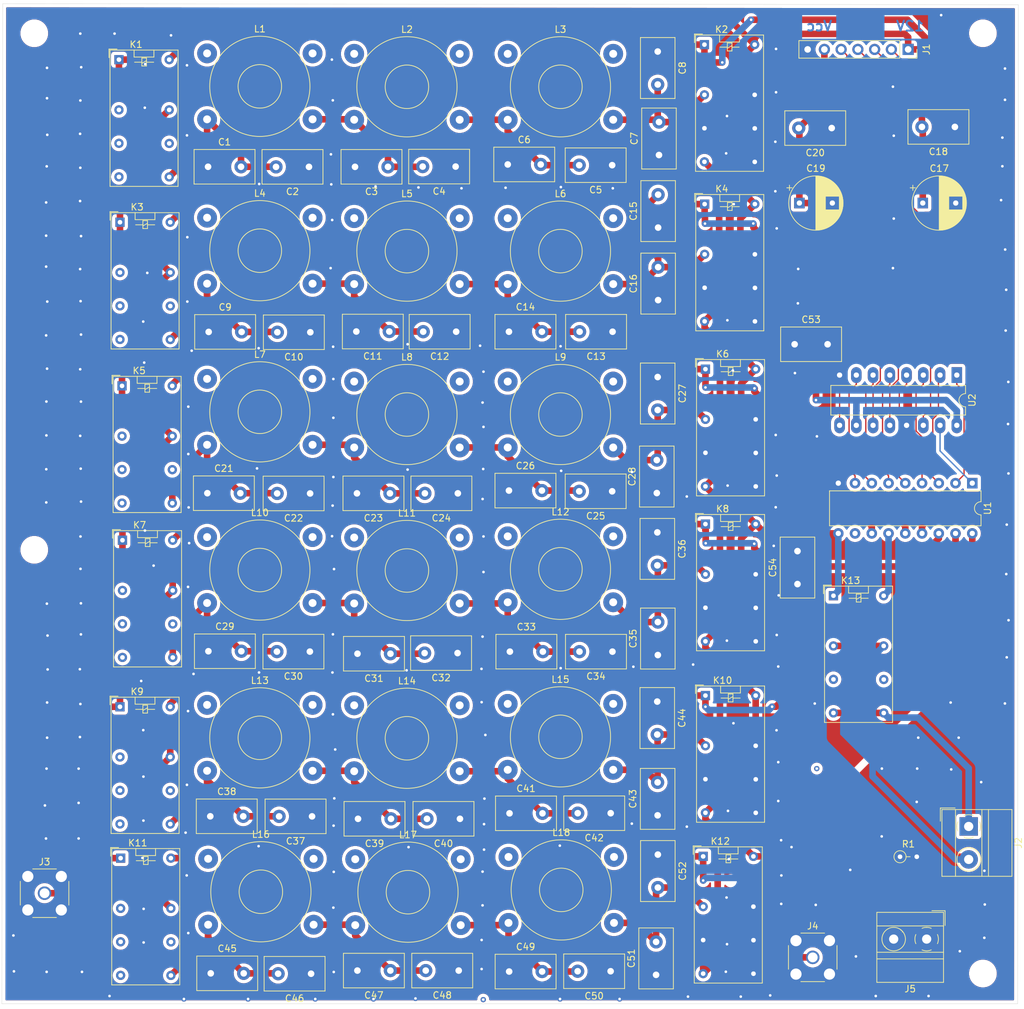
<source format=kicad_pcb>
(kicad_pcb (version 20171130) (host pcbnew "(5.1.5)-3")
  (layers (0 F.Cu signal) (31 B.Cu signal) (34 B.Paste user) (35 F.Paste user) (36 B.SilkS user) (37 F.SilkS user) (38 B.Mask user) (39 F.Mask user) (44 Edge.Cuts user))
  (net 0 "")
  (net 1 "Net-(C1-Pad2)")
  (net 2 "Net-(C10-Pad2)")
  (net 3 "Net-(C13-Pad2)")
  (net 4 GND)
  (net 5 "Net-(J2-Pad1)")
  (net 6 Pin1)
  (net 7 Pin2)
  (net 8 Pin3)
  (net 9 Pin4)
  (net 10 Pin5)
  (net 11 Pin6)
  (net 12 SCLK)
  (net 13 Vcc)
  (net 14 "Net-(C35-Pad2)")
  (net 15 "Net-(C47-Pad1)")
  (net 16 "Net-(J3-Pad1)")
  (net 17 "Net-(U1-Pad1)")
  (net 18 "Net-(U1-Pad2)")
  (net 19 "Net-(U1-Pad3)")
  (net 20 "Net-(U1-Pad4)")
  (net 21 "Net-(U1-Pad5)")
  (net 22 "Net-(U1-Pad6)")
  (net 23 "Net-(U1-Pad7)")
  (net 24 "Net-(U1-Pad8)")
  (net 25 "Net-(J4-Pad1)")
  (net 26 Pin7)
  (net 27 Dout)
  (net 28 RCLK)
  (net 29 SER)
  (net 30 "Net-(C3-Pad1)")
  (net 31 "Net-(C5-Pad2)")
  (net 32 "Net-(C7-Pad2)")
  (net 33 "Net-(C11-Pad1)")
  (net 34 "Net-(C15-Pad2)")
  (net 35 "Net-(C21-Pad2)")
  (net 36 "Net-(C23-Pad1)")
  (net 37 "Net-(C25-Pad2)")
  (net 38 "Net-(C27-Pad2)")
  (net 39 "Net-(C29-Pad2)")
  (net 40 "Net-(C31-Pad1)")
  (net 41 "Net-(C33-Pad2)")
  (net 42 "Net-(C37-Pad2)")
  (net 43 "Net-(C39-Pad1)")
  (net 44 "Net-(C41-Pad2)")
  (net 45 "Net-(C43-Pad2)")
  (net 46 "Net-(C45-Pad2)")
  (net 47 "Net-(C49-Pad2)")
  (net 48 "Net-(C51-Pad2)")
  (net 49 "Net-(K1-Pad6)")
  (net 50 "Net-(K1-Pad8)")
  (net 51 "Net-(K1-Pad4)")
  (net 52 "Net-(K1-Pad11)")
  (net 53 "Net-(K3-Pad6)")
  (net 54 "Net-(K3-Pad8)")
  (net 55 "Net-(K3-Pad4)")
  (net 56 "Net-(K3-Pad11)")
  (net 57 "Net-(K5-Pad6)")
  (net 58 "Net-(K5-Pad8)")
  (net 59 "Net-(K5-Pad4)")
  (net 60 "Net-(K5-Pad11)")
  (net 61 "Net-(K7-Pad11)")
  (net 62 "Net-(K7-Pad4)")
  (net 63 "Net-(K7-Pad8)")
  (net 64 "Net-(K7-Pad6)")
  (net 65 "Net-(K9-Pad11)")
  (net 66 "Net-(K9-Pad4)")
  (net 67 "Net-(K9-Pad8)")
  (net 68 "Net-(K9-Pad6)")
  (net 69 "Net-(K11-Pad11)")
  (net 70 "Net-(K11-Pad4)")
  (net 71 "Net-(K11-Pad8)")
  (net 72 "Net-(K11-Pad6)")
  (net 73 "Net-(K13-Pad11)")
  (net 74 "Net-(U1-Pad11)")
  (net 75 V12)
  (net 76 "Net-(K13-Pad6)")
  (net 77 "Net-(J2-Pad2)")
  (module Resistor_THT:R_Axial_DIN0204_L3.6mm_D1.6mm_P2.54mm_Vertical (layer F.Cu) (at 215.44788 150.4188)
    (fp_text reference R1 (at 1.27 -1.92) (layer F.SilkS))
    (fp_text value 0)
    (pad 1 thru_hole circle (at 0 0) (size 1.4 1.4) (drill 0.7) (layers *.Cu *.Mask) (net 75 V12))
    (pad 2 thru_hole oval (at 2.54 0) (size 1.4 1.4) (drill 0.7) (layers *.Cu *.Mask) (net 77 "Net-(J2-Pad2)"))
  )
  (module Relay_THT:Relay_DPDT_Omron_G5V-2 (layer F.Cu) (at 185.58764 150.368)
    (fp_text reference K12 (at 2.6 -2.3) (layer F.SilkS))
    (fp_text value G5V-2)
    (pad 13 thru_hole circle (at 7.62 7.62) (size 1.4 1.4) (drill 0.7) (layers *.Cu *.Mask) (net 4 GND))
    (pad 9 thru_hole circle (at 7.63 17.79) (size 1.4 1.4) (drill 0.7) (layers *.Cu *.Mask) (net 4 GND))
    (pad 11 thru_hole circle (at 7.63 12.71) (size 1.4 1.4) (drill 0.7) (layers *.Cu *.Mask) (net 4 GND))
    (pad 4 thru_hole circle (at 0 7.62) (size 1.4 1.4) (drill 0.7) (layers *.Cu *.Mask) (net 48 "Net-(C51-Pad2)"))
    (pad 8 thru_hole circle (at 0 17.78) (size 1.4 1.4) (drill 0.7) (layers *.Cu *.Mask) (net 25 "Net-(J4-Pad1)"))
    (pad 6 thru_hole circle (at 0 12.69) (size 1.4 1.4) (drill 0.7) (layers *.Cu *.Mask) (net 4 GND))
    (pad 16 thru_hole circle (at 7.62 0) (size 1.4 1.4) (drill 0.7) (layers *.Cu *.Mask) (net 75 V12))
    (pad 1 thru_hole rect (at 0 0) (size 1.4 1.4) (drill 0.7) (layers *.Cu *.Mask) (net 11 Pin6))
  )
  (module Package_DIP:DIP-16_W7.62mm_LongPads (layer F.Cu) (at 224.05848 77.36332 270)
    (fp_text reference U2 (at 3.81 -2.33 90) (layer F.SilkS))
    (fp_text value 74HC595)
    (pad 16 thru_hole oval (at 7.62 0 270) (size 2.4 1.6) (drill 0.8) (layers *.Cu *.Mask) (net 13 Vcc))
    (pad 8 thru_hole oval (at 0 17.78 270) (size 2.4 1.6) (drill 0.8) (layers *.Cu *.Mask) (net 4 GND))
    (pad 15 thru_hole oval (at 7.62 2.54 270) (size 2.4 1.6) (drill 0.8) (layers *.Cu *.Mask) (net 17 "Net-(U1-Pad1)"))
    (pad 7 thru_hole oval (at 0 15.24 270) (size 2.4 1.6) (drill 0.8) (layers *.Cu *.Mask) (net 24 "Net-(U1-Pad8)"))
    (pad 14 thru_hole oval (at 7.62 5.08 270) (size 2.4 1.6) (drill 0.8) (layers *.Cu *.Mask) (net 29 SER))
    (pad 6 thru_hole oval (at 0 12.7 270) (size 2.4 1.6) (drill 0.8) (layers *.Cu *.Mask) (net 23 "Net-(U1-Pad7)"))
    (pad 13 thru_hole oval (at 7.62 7.62 270) (size 2.4 1.6) (drill 0.8) (layers *.Cu *.Mask) (net 4 GND))
    (pad 5 thru_hole oval (at 0 10.16 270) (size 2.4 1.6) (drill 0.8) (layers *.Cu *.Mask) (net 22 "Net-(U1-Pad6)"))
    (pad 12 thru_hole oval (at 7.62 10.16 270) (size 2.4 1.6) (drill 0.8) (layers *.Cu *.Mask) (net 28 RCLK))
    (pad 4 thru_hole oval (at 0 7.62 270) (size 2.4 1.6) (drill 0.8) (layers *.Cu *.Mask) (net 21 "Net-(U1-Pad5)"))
    (pad 11 thru_hole oval (at 7.62 12.7 270) (size 2.4 1.6) (drill 0.8) (layers *.Cu *.Mask) (net 12 SCLK))
    (pad 3 thru_hole oval (at 0 5.08 270) (size 2.4 1.6) (drill 0.8) (layers *.Cu *.Mask) (net 20 "Net-(U1-Pad4)"))
    (pad 10 thru_hole oval (at 7.62 15.24 270) (size 2.4 1.6) (drill 0.8) (layers *.Cu *.Mask) (net 13 Vcc))
    (pad 2 thru_hole oval (at 0 2.54 270) (size 2.4 1.6) (drill 0.8) (layers *.Cu *.Mask) (net 19 "Net-(U1-Pad3)"))
    (pad 9 thru_hole oval (at 7.62 17.78 270) (size 2.4 1.6) (drill 0.8) (layers *.Cu *.Mask) (net 27 Dout))
    (pad 1 thru_hole rect (at 0 0 270) (size 2.4 1.6) (drill 0.8) (layers *.Cu *.Mask) (net 18 "Net-(U1-Pad2)"))
  )
  (module Package_DIP:DIP-18_W7.62mm (layer F.Cu) (at 226.40544 93.75648 270)
    (fp_text reference U1 (at 3.81 -2.33 90) (layer F.SilkS))
    (fp_text value ULN2803A)
    (pad 1 thru_hole rect (at 0 0 270) (size 1.6 1.6) (drill 0.8) (layers *.Cu *.Mask) (net 17 "Net-(U1-Pad1)"))
    (pad 10 thru_hole oval (at 7.62 20.32 270) (size 1.6 1.6) (drill 0.8) (layers *.Cu *.Mask) (net 75 V12))
    (pad 2 thru_hole oval (at 0 2.54 270) (size 1.6 1.6) (drill 0.8) (layers *.Cu *.Mask) (net 18 "Net-(U1-Pad2)"))
    (pad 11 thru_hole oval (at 7.62 17.78 270) (size 1.6 1.6) (drill 0.8) (layers *.Cu *.Mask) (net 74 "Net-(U1-Pad11)"))
    (pad 3 thru_hole oval (at 0 5.08 270) (size 1.6 1.6) (drill 0.8) (layers *.Cu *.Mask) (net 19 "Net-(U1-Pad3)"))
    (pad 12 thru_hole oval (at 7.62 15.24 270) (size 1.6 1.6) (drill 0.8) (layers *.Cu *.Mask) (net 8 Pin3))
    (pad 4 thru_hole oval (at 0 7.62 270) (size 1.6 1.6) (drill 0.8) (layers *.Cu *.Mask) (net 20 "Net-(U1-Pad4)"))
    (pad 13 thru_hole oval (at 7.62 12.7 270) (size 1.6 1.6) (drill 0.8) (layers *.Cu *.Mask) (net 26 Pin7))
    (pad 5 thru_hole oval (at 0 10.16 270) (size 1.6 1.6) (drill 0.8) (layers *.Cu *.Mask) (net 21 "Net-(U1-Pad5)"))
    (pad 14 thru_hole oval (at 7.62 10.16 270) (size 1.6 1.6) (drill 0.8) (layers *.Cu *.Mask) (net 7 Pin2))
    (pad 6 thru_hole oval (at 0 12.7 270) (size 1.6 1.6) (drill 0.8) (layers *.Cu *.Mask) (net 22 "Net-(U1-Pad6)"))
    (pad 15 thru_hole oval (at 7.62 7.62 270) (size 1.6 1.6) (drill 0.8) (layers *.Cu *.Mask) (net 6 Pin1))
    (pad 7 thru_hole oval (at 0 15.24 270) (size 1.6 1.6) (drill 0.8) (layers *.Cu *.Mask) (net 23 "Net-(U1-Pad7)"))
    (pad 16 thru_hole oval (at 7.62 5.08 270) (size 1.6 1.6) (drill 0.8) (layers *.Cu *.Mask) (net 9 Pin4))
    (pad 8 thru_hole oval (at 0 17.78 270) (size 1.6 1.6) (drill 0.8) (layers *.Cu *.Mask) (net 24 "Net-(U1-Pad8)"))
    (pad 17 thru_hole oval (at 7.62 2.54 270) (size 1.6 1.6) (drill 0.8) (layers *.Cu *.Mask) (net 10 Pin5))
    (pad 9 thru_hole oval (at 0 20.32 270) (size 1.6 1.6) (drill 0.8) (layers *.Cu *.Mask) (net 4 GND))
    (pad 18 thru_hole oval (at 7.62 0 270) (size 1.6 1.6) (drill 0.8) (layers *.Cu *.Mask) (net 11 Pin6))
  )
  (module MountingHole:MountingHole_3.2mm_M3 (layer F.Cu) (at 228.02088 25.51684)
    (fp_text reference " " (at 0 -4.2) (layer F.SilkS))
    (fp_text value " ")
    (pad 1 np_thru_hole circle (at 0 0) (size 3.2 3.2) (drill 3.2) (layers *.Cu *.Mask))
  )
  (module MountingHole:MountingHole_3.2mm_M3 (layer F.Cu) (at 228.02088 168.13276)
    (fp_text reference " " (at 0 -4.2) (layer F.SilkS))
    (fp_text value " ")
    (pad 1 np_thru_hole circle (at 0 0) (size 3.2 3.2) (drill 3.2) (layers *.Cu *.Mask))
  )
  (module MountingHole:MountingHole_3.2mm_M3 (layer F.Cu) (at 84.12988 103.86568)
    (fp_text reference " " (at 0 -4.2) (layer F.SilkS))
    (fp_text value " ")
    (pad 1 np_thru_hole circle (at 0 0) (size 3.2 3.2) (drill 3.2) (layers *.Cu *.Mask))
  )
  (module MountingHole:MountingHole_3.2mm_M3 (layer F.Cu) (at 84.12988 25.51684)
    (fp_text reference " " (at 0 -4.2) (layer F.SilkS))
    (fp_text value " ")
    (pad 1 np_thru_hole circle (at 0 0) (size 3.2 3.2) (drill 3.2) (layers *.Cu *.Mask))
  )
  (module Relay_THT:Relay_DPDT_Omron_G5V-2 (layer F.Cu) (at 97.22612 150.63216)
    (fp_text reference K11 (at 2.6 -2.3) (layer F.SilkS))
    (fp_text value G5V-2)
    (pad 13 thru_hole circle (at 7.62 7.62) (size 1.4 1.4) (drill 0.7) (layers *.Cu *.Mask) (net 16 "Net-(J3-Pad1)"))
    (pad 9 thru_hole circle (at 7.63 17.79) (size 1.4 1.4) (drill 0.7) (layers *.Cu *.Mask) (net 46 "Net-(C45-Pad2)"))
    (pad 11 thru_hole circle (at 7.63 12.71) (size 1.4 1.4) (drill 0.7) (layers *.Cu *.Mask) (net 69 "Net-(K11-Pad11)"))
    (pad 4 thru_hole circle (at 0 7.62) (size 1.4 1.4) (drill 0.7) (layers *.Cu *.Mask) (net 70 "Net-(K11-Pad4)"))
    (pad 8 thru_hole circle (at 0 17.78) (size 1.4 1.4) (drill 0.7) (layers *.Cu *.Mask) (net 71 "Net-(K11-Pad8)"))
    (pad 6 thru_hole circle (at 0 12.69) (size 1.4 1.4) (drill 0.7) (layers *.Cu *.Mask) (net 72 "Net-(K11-Pad6)"))
    (pad 16 thru_hole circle (at 7.62 0) (size 1.4 1.4) (drill 0.7) (layers *.Cu *.Mask) (net 11 Pin6))
    (pad 1 thru_hole rect (at 0 0) (size 1.4 1.4) (drill 0.7) (layers *.Cu *.Mask) (net 75 V12))
  )
  (module Relay_THT:Relay_DPDT_Omron_G5V-2 (layer F.Cu) (at 97.43948 78.99908)
    (fp_text reference K5 (at 2.6 -2.3) (layer F.SilkS))
    (fp_text value G5V-2)
    (pad 1 thru_hole rect (at 0 0) (size 1.4 1.4) (drill 0.7) (layers *.Cu *.Mask) (net 75 V12))
    (pad 16 thru_hole circle (at 7.62 0) (size 1.4 1.4) (drill 0.7) (layers *.Cu *.Mask) (net 8 Pin3))
    (pad 6 thru_hole circle (at 0 12.69) (size 1.4 1.4) (drill 0.7) (layers *.Cu *.Mask) (net 57 "Net-(K5-Pad6)"))
    (pad 8 thru_hole circle (at 0 17.78) (size 1.4 1.4) (drill 0.7) (layers *.Cu *.Mask) (net 58 "Net-(K5-Pad8)"))
    (pad 4 thru_hole circle (at 0 7.62) (size 1.4 1.4) (drill 0.7) (layers *.Cu *.Mask) (net 59 "Net-(K5-Pad4)"))
    (pad 11 thru_hole circle (at 7.63 12.71) (size 1.4 1.4) (drill 0.7) (layers *.Cu *.Mask) (net 60 "Net-(K5-Pad11)"))
    (pad 9 thru_hole circle (at 7.63 17.79) (size 1.4 1.4) (drill 0.7) (layers *.Cu *.Mask) (net 35 "Net-(C21-Pad2)"))
    (pad 13 thru_hole circle (at 7.62 7.62) (size 1.4 1.4) (drill 0.7) (layers *.Cu *.Mask) (net 16 "Net-(J3-Pad1)"))
  )
  (module Relay_THT:Relay_DPDT_Omron_G5V-2 (layer F.Cu) (at 185.93308 76.45908)
    (fp_text reference K6 (at 2.6 -2.3) (layer F.SilkS))
    (fp_text value G5V-2)
    (pad 1 thru_hole rect (at 0 0) (size 1.4 1.4) (drill 0.7) (layers *.Cu *.Mask) (net 8 Pin3))
    (pad 16 thru_hole circle (at 7.62 0) (size 1.4 1.4) (drill 0.7) (layers *.Cu *.Mask) (net 75 V12))
    (pad 6 thru_hole circle (at 0 12.69) (size 1.4 1.4) (drill 0.7) (layers *.Cu *.Mask) (net 4 GND))
    (pad 8 thru_hole circle (at 0 17.78) (size 1.4 1.4) (drill 0.7) (layers *.Cu *.Mask) (net 25 "Net-(J4-Pad1)"))
    (pad 4 thru_hole circle (at 0 7.62) (size 1.4 1.4) (drill 0.7) (layers *.Cu *.Mask) (net 38 "Net-(C27-Pad2)"))
    (pad 11 thru_hole circle (at 7.63 12.71) (size 1.4 1.4) (drill 0.7) (layers *.Cu *.Mask) (net 4 GND))
    (pad 9 thru_hole circle (at 7.63 17.79) (size 1.4 1.4) (drill 0.7) (layers *.Cu *.Mask) (net 4 GND))
    (pad 13 thru_hole circle (at 7.62 7.62) (size 1.4 1.4) (drill 0.7) (layers *.Cu *.Mask) (net 4 GND))
  )
  (module Capacitor_THT:C_Disc_D9.0mm_W5.0mm_P5.00mm (layer F.Cu) (at 110.49 45.76572)
    (fp_text reference C1 (at 2.5 -3.75) (layer F.SilkS))
    (fp_text value 750p)
    (pad 2 thru_hole circle (at 5 0) (size 2 2) (drill 1) (layers *.Cu *.Mask) (net 1 "Net-(C1-Pad2)"))
    (pad 1 thru_hole circle (at 0 0) (size 2 2) (drill 1) (layers *.Cu *.Mask) (net 4 GND))
  )
  (module Capacitor_THT:C_Disc_D9.0mm_W5.0mm_P5.00mm (layer F.Cu) (at 155.94584 45.4152)
    (fp_text reference C6 (at 2.5 -3.75) (layer F.SilkS))
    (fp_text value 680p)
    (pad 1 thru_hole circle (at 0 0) (size 2 2) (drill 1) (layers *.Cu *.Mask) (net 4 GND))
    (pad 2 thru_hole circle (at 5 0) (size 2 2) (drill 1) (layers *.Cu *.Mask) (net 31 "Net-(C5-Pad2)"))
  )
  (module Connector_PinSocket_2.54mm:PinSocket_1x07_P2.54mm_Vertical (layer F.Cu) (at 216.6747 27.96286 270)
    (fp_text reference J1 (at 0 -2.77 90) (layer F.SilkS))
    (fp_text value Conn_01x07)
    (pad 1 thru_hole rect (at 0 0 270) (size 1.7 1.7) (drill 1) (layers *.Cu *.Mask) (net 75 V12))
    (pad 2 thru_hole oval (at 0 2.54 270) (size 1.7 1.7) (drill 1) (layers *.Cu *.Mask) (net 29 SER))
    (pad 3 thru_hole oval (at 0 5.08 270) (size 1.7 1.7) (drill 1) (layers *.Cu *.Mask) (net 28 RCLK))
    (pad 4 thru_hole oval (at 0 7.62 270) (size 1.7 1.7) (drill 1) (layers *.Cu *.Mask) (net 12 SCLK))
    (pad 5 thru_hole oval (at 0 10.16 270) (size 1.7 1.7) (drill 1) (layers *.Cu *.Mask) (net 27 Dout))
    (pad 6 thru_hole oval (at 0 12.7 270) (size 1.7 1.7) (drill 1) (layers *.Cu *.Mask) (net 13 Vcc))
    (pad 7 thru_hole oval (at 0 15.24 270) (size 1.7 1.7) (drill 1) (layers *.Cu *.Mask) (net 4 GND))
  )
  (module Relay_THT:Relay_DPDT_Omron_G5V-2 (layer F.Cu) (at 96.97212 29.5148)
    (fp_text reference K1 (at 2.6 -2.3) (layer F.SilkS))
    (fp_text value G5V-2)
    (pad 1 thru_hole rect (at 0 0) (size 1.4 1.4) (drill 0.7) (layers *.Cu *.Mask) (net 75 V12))
    (pad 16 thru_hole circle (at 7.62 0) (size 1.4 1.4) (drill 0.7) (layers *.Cu *.Mask) (net 6 Pin1))
    (pad 6 thru_hole circle (at 0 12.69) (size 1.4 1.4) (drill 0.7) (layers *.Cu *.Mask) (net 49 "Net-(K1-Pad6)"))
    (pad 8 thru_hole circle (at 0 17.78) (size 1.4 1.4) (drill 0.7) (layers *.Cu *.Mask) (net 50 "Net-(K1-Pad8)"))
    (pad 4 thru_hole circle (at 0 7.62) (size 1.4 1.4) (drill 0.7) (layers *.Cu *.Mask) (net 51 "Net-(K1-Pad4)"))
    (pad 11 thru_hole circle (at 7.63 12.71) (size 1.4 1.4) (drill 0.7) (layers *.Cu *.Mask) (net 52 "Net-(K1-Pad11)"))
    (pad 9 thru_hole circle (at 7.63 17.79) (size 1.4 1.4) (drill 0.7) (layers *.Cu *.Mask) (net 1 "Net-(C1-Pad2)"))
    (pad 13 thru_hole circle (at 7.62 7.62) (size 1.4 1.4) (drill 0.7) (layers *.Cu *.Mask) (net 16 "Net-(J3-Pad1)"))
  )
  (module Relay_THT:Relay_DPDT_Omron_G5V-2 (layer F.Cu) (at 97.1296 54.1782)
    (fp_text reference K3 (at 2.6 -2.3) (layer F.SilkS))
    (fp_text value G5V-2)
    (pad 1 thru_hole rect (at 0 0) (size 1.4 1.4) (drill 0.7) (layers *.Cu *.Mask) (net 75 V12))
    (pad 16 thru_hole circle (at 7.62 0) (size 1.4 1.4) (drill 0.7) (layers *.Cu *.Mask) (net 7 Pin2))
    (pad 6 thru_hole circle (at 0 12.69) (size 1.4 1.4) (drill 0.7) (layers *.Cu *.Mask) (net 53 "Net-(K3-Pad6)"))
    (pad 8 thru_hole circle (at 0 17.78) (size 1.4 1.4) (drill 0.7) (layers *.Cu *.Mask) (net 54 "Net-(K3-Pad8)"))
    (pad 4 thru_hole circle (at 0 7.62) (size 1.4 1.4) (drill 0.7) (layers *.Cu *.Mask) (net 55 "Net-(K3-Pad4)"))
    (pad 11 thru_hole circle (at 7.63 12.71) (size 1.4 1.4) (drill 0.7) (layers *.Cu *.Mask) (net 56 "Net-(K3-Pad11)"))
    (pad 9 thru_hole circle (at 7.63 17.79) (size 1.4 1.4) (drill 0.7) (layers *.Cu *.Mask) (net 2 "Net-(C10-Pad2)"))
    (pad 13 thru_hole circle (at 7.62 7.62) (size 1.4 1.4) (drill 0.7) (layers *.Cu *.Mask) (net 16 "Net-(J3-Pad1)"))
  )
  (module Relay_THT:Relay_DPDT_Omron_G5V-2 (layer F.Cu) (at 97.50552 102.40772)
    (fp_text reference K7 (at 2.6 -2.3) (layer F.SilkS))
    (fp_text value G5V-2)
    (pad 13 thru_hole circle (at 7.62 7.62) (size 1.4 1.4) (drill 0.7) (layers *.Cu *.Mask) (net 16 "Net-(J3-Pad1)"))
    (pad 9 thru_hole circle (at 7.63 17.79) (size 1.4 1.4) (drill 0.7) (layers *.Cu *.Mask) (net 39 "Net-(C29-Pad2)"))
    (pad 11 thru_hole circle (at 7.63 12.71) (size 1.4 1.4) (drill 0.7) (layers *.Cu *.Mask) (net 61 "Net-(K7-Pad11)"))
    (pad 4 thru_hole circle (at 0 7.62) (size 1.4 1.4) (drill 0.7) (layers *.Cu *.Mask) (net 62 "Net-(K7-Pad4)"))
    (pad 8 thru_hole circle (at 0 17.78) (size 1.4 1.4) (drill 0.7) (layers *.Cu *.Mask) (net 63 "Net-(K7-Pad8)"))
    (pad 6 thru_hole circle (at 0 12.69) (size 1.4 1.4) (drill 0.7) (layers *.Cu *.Mask) (net 64 "Net-(K7-Pad6)"))
    (pad 16 thru_hole circle (at 7.62 0) (size 1.4 1.4) (drill 0.7) (layers *.Cu *.Mask) (net 9 Pin4))
    (pad 1 thru_hole rect (at 0 0) (size 1.4 1.4) (drill 0.7) (layers *.Cu *.Mask) (net 75 V12))
  )
  (module Relay_THT:Relay_DPDT_Omron_G5V-2 (layer F.Cu) (at 97.1296 127.67056)
    (fp_text reference K9 (at 2.6 -2.3) (layer F.SilkS))
    (fp_text value G5V-2)
    (pad 13 thru_hole circle (at 7.62 7.62) (size 1.4 1.4) (drill 0.7) (layers *.Cu *.Mask) (net 16 "Net-(J3-Pad1)"))
    (pad 9 thru_hole circle (at 7.63 17.79) (size 1.4 1.4) (drill 0.7) (layers *.Cu *.Mask) (net 42 "Net-(C37-Pad2)"))
    (pad 11 thru_hole circle (at 7.63 12.71) (size 1.4 1.4) (drill 0.7) (layers *.Cu *.Mask) (net 65 "Net-(K9-Pad11)"))
    (pad 4 thru_hole circle (at 0 7.62) (size 1.4 1.4) (drill 0.7) (layers *.Cu *.Mask) (net 66 "Net-(K9-Pad4)"))
    (pad 8 thru_hole circle (at 0 17.78) (size 1.4 1.4) (drill 0.7) (layers *.Cu *.Mask) (net 67 "Net-(K9-Pad8)"))
    (pad 6 thru_hole circle (at 0 12.69) (size 1.4 1.4) (drill 0.7) (layers *.Cu *.Mask) (net 68 "Net-(K9-Pad6)"))
    (pad 16 thru_hole circle (at 7.62 0) (size 1.4 1.4) (drill 0.7) (layers *.Cu *.Mask) (net 10 Pin5))
    (pad 1 thru_hole rect (at 0 0) (size 1.4 1.4) (drill 0.7) (layers *.Cu *.Mask) (net 75 V12))
  )
  (module Relay_THT:Relay_DPDT_Omron_G5V-2 (layer F.Cu) (at 185.78068 27.23388)
    (fp_text reference K2 (at 2.6 -2.3) (layer F.SilkS))
    (fp_text value G5V-2)
    (pad 13 thru_hole circle (at 7.62 7.62) (size 1.4 1.4) (drill 0.7) (layers *.Cu *.Mask) (net 4 GND))
    (pad 9 thru_hole circle (at 7.63 17.79) (size 1.4 1.4) (drill 0.7) (layers *.Cu *.Mask) (net 4 GND))
    (pad 11 thru_hole circle (at 7.63 12.71) (size 1.4 1.4) (drill 0.7) (layers *.Cu *.Mask) (net 4 GND))
    (pad 4 thru_hole circle (at 0 7.62) (size 1.4 1.4) (drill 0.7) (layers *.Cu *.Mask) (net 32 "Net-(C7-Pad2)"))
    (pad 8 thru_hole circle (at 0 17.78) (size 1.4 1.4) (drill 0.7) (layers *.Cu *.Mask) (net 25 "Net-(J4-Pad1)"))
    (pad 6 thru_hole circle (at 0 12.69) (size 1.4 1.4) (drill 0.7) (layers *.Cu *.Mask) (net 4 GND))
    (pad 16 thru_hole circle (at 7.62 0) (size 1.4 1.4) (drill 0.7) (layers *.Cu *.Mask) (net 75 V12))
    (pad 1 thru_hole rect (at 0 0) (size 1.4 1.4) (drill 0.7) (layers *.Cu *.Mask) (net 6 Pin1))
  )
  (module Relay_THT:Relay_DPDT_Omron_G5V-2 (layer F.Cu) (at 185.81116 51.42484)
    (fp_text reference K4 (at 2.6 -2.3) (layer F.SilkS))
    (fp_text value G5V-2)
    (pad 1 thru_hole rect (at 0 0) (size 1.4 1.4) (drill 0.7) (layers *.Cu *.Mask) (net 7 Pin2))
    (pad 16 thru_hole circle (at 7.62 0) (size 1.4 1.4) (drill 0.7) (layers *.Cu *.Mask) (net 75 V12))
    (pad 6 thru_hole circle (at 0 12.69) (size 1.4 1.4) (drill 0.7) (layers *.Cu *.Mask) (net 4 GND))
    (pad 8 thru_hole circle (at 0 17.78) (size 1.4 1.4) (drill 0.7) (layers *.Cu *.Mask) (net 25 "Net-(J4-Pad1)"))
    (pad 4 thru_hole circle (at 0 7.62) (size 1.4 1.4) (drill 0.7) (layers *.Cu *.Mask) (net 34 "Net-(C15-Pad2)"))
    (pad 11 thru_hole circle (at 7.63 12.71) (size 1.4 1.4) (drill 0.7) (layers *.Cu *.Mask) (net 4 GND))
    (pad 9 thru_hole circle (at 7.63 17.79) (size 1.4 1.4) (drill 0.7) (layers *.Cu *.Mask) (net 4 GND))
    (pad 13 thru_hole circle (at 7.62 7.62) (size 1.4 1.4) (drill 0.7) (layers *.Cu *.Mask) (net 4 GND))
  )
  (module Relay_THT:Relay_DPDT_Omron_G5V-2 (layer F.Cu) (at 185.93308 99.95916)
    (fp_text reference K8 (at 2.6 -2.3) (layer F.SilkS))
    (fp_text value G5V-2)
    (pad 13 thru_hole circle (at 7.62 7.62) (size 1.4 1.4) (drill 0.7) (layers *.Cu *.Mask) (net 4 GND))
    (pad 9 thru_hole circle (at 7.63 17.79) (size 1.4 1.4) (drill 0.7) (layers *.Cu *.Mask) (net 4 GND))
    (pad 11 thru_hole circle (at 7.63 12.71) (size 1.4 1.4) (drill 0.7) (layers *.Cu *.Mask) (net 4 GND))
    (pad 4 thru_hole circle (at 0 7.62) (size 1.4 1.4) (drill 0.7) (layers *.Cu *.Mask) (net 14 "Net-(C35-Pad2)"))
    (pad 8 thru_hole circle (at 0 17.78) (size 1.4 1.4) (drill 0.7) (layers *.Cu *.Mask) (net 25 "Net-(J4-Pad1)"))
    (pad 6 thru_hole circle (at 0 12.69) (size 1.4 1.4) (drill 0.7) (layers *.Cu *.Mask) (net 4 GND))
    (pad 16 thru_hole circle (at 7.62 0) (size 1.4 1.4) (drill 0.7) (layers *.Cu *.Mask) (net 75 V12))
    (pad 1 thru_hole rect (at 0 0) (size 1.4 1.4) (drill 0.7) (layers *.Cu *.Mask) (net 9 Pin4))
  )
  (module Relay_THT:Relay_DPDT_Omron_G5V-2 (layer F.Cu) (at 185.93308 125.96876)
    (fp_text reference K10 (at 2.6 -2.3) (layer F.SilkS))
    (fp_text value G5V-2)
    (pad 1 thru_hole rect (at 0 0) (size 1.4 1.4) (drill 0.7) (layers *.Cu *.Mask) (net 10 Pin5))
    (pad 16 thru_hole circle (at 7.62 0) (size 1.4 1.4) (drill 0.7) (layers *.Cu *.Mask) (net 75 V12))
    (pad 6 thru_hole circle (at 0 12.69) (size 1.4 1.4) (drill 0.7) (layers *.Cu *.Mask) (net 4 GND))
    (pad 8 thru_hole circle (at 0 17.78) (size 1.4 1.4) (drill 0.7) (layers *.Cu *.Mask) (net 25 "Net-(J4-Pad1)"))
    (pad 4 thru_hole circle (at 0 7.62) (size 1.4 1.4) (drill 0.7) (layers *.Cu *.Mask) (net 45 "Net-(C43-Pad2)"))
    (pad 11 thru_hole circle (at 7.63 12.71) (size 1.4 1.4) (drill 0.7) (layers *.Cu *.Mask) (net 4 GND))
    (pad 9 thru_hole circle (at 7.63 17.79) (size 1.4 1.4) (drill 0.7) (layers *.Cu *.Mask) (net 4 GND))
    (pad 13 thru_hole circle (at 7.62 7.62) (size 1.4 1.4) (drill 0.7) (layers *.Cu *.Mask) (net 4 GND))
  )
  (module Transformer_THT:Transformer_Toroid_Horizontal_D14.0mm_Amidon-T50 (layer F.Cu) (at 110.34268 38.5653)
    (fp_text reference L1 (at 8 -13.7) (layer F.SilkS))
    (fp_text value "8uH 40T T50-2")
    (pad 1 thru_hole circle (at 0 0) (size 3 3) (drill 1.2) (layers *.Cu *.Mask) (net 1 "Net-(C1-Pad2)"))
    (pad 2 thru_hole circle (at 16 0) (size 3 3) (drill 1.2) (layers *.Cu *.Mask) (net 30 "Net-(C3-Pad1)"))
    (pad 3 thru_hole circle (at 0 -10) (size 3 3) (drill 1.2) (layers *.Cu *.Mask))
    (pad 4 thru_hole circle (at 16 -10) (size 3 3) (drill 1.2) (layers *.Cu *.Mask))
  )
  (module Transformer_THT:Transformer_Toroid_Horizontal_D14.0mm_Amidon-T50 (layer F.Cu) (at 132.65404 38.63134)
    (fp_text reference L2 (at 8 -13.7) (layer F.SilkS))
    (fp_text value "8uH 40T T50-2")
    (pad 4 thru_hole circle (at 16 -10) (size 3 3) (drill 1.2) (layers *.Cu *.Mask))
    (pad 3 thru_hole circle (at 0 -10) (size 3 3) (drill 1.2) (layers *.Cu *.Mask))
    (pad 2 thru_hole circle (at 16 0) (size 3 3) (drill 1.2) (layers *.Cu *.Mask) (net 31 "Net-(C5-Pad2)"))
    (pad 1 thru_hole circle (at 0 0) (size 3 3) (drill 1.2) (layers *.Cu *.Mask) (net 30 "Net-(C3-Pad1)"))
  )
  (module Capacitor_THT:C_Disc_D9.0mm_W5.0mm_P5.00mm (layer F.Cu) (at 125.79604 45.78096 180)
    (fp_text reference C2 (at 2.5 -3.75) (layer F.SilkS))
    (fp_text value "30p Trim")
    (pad 2 thru_hole circle (at 5 0 180) (size 2 2) (drill 1) (layers *.Cu *.Mask) (net 1 "Net-(C1-Pad2)"))
    (pad 1 thru_hole circle (at 0 0 180) (size 2 2) (drill 1) (layers *.Cu *.Mask) (net 4 GND))
  )
  (module Capacitor_THT:C_Disc_D9.0mm_W5.0mm_P5.00mm (layer F.Cu) (at 137.77976 45.77588 180)
    (fp_text reference C3 (at 2.5 -3.75) (layer F.SilkS))
    (fp_text value 680)
    (pad 2 thru_hole circle (at 5 0 180) (size 2 2) (drill 1) (layers *.Cu *.Mask) (net 4 GND))
    (pad 1 thru_hole circle (at 0 0 180) (size 2 2) (drill 1) (layers *.Cu *.Mask) (net 30 "Net-(C3-Pad1)"))
  )
  (module Capacitor_THT:C_Disc_D9.0mm_W5.0mm_P5.00mm (layer F.Cu) (at 178.88712 43.98264 90)
    (fp_text reference C7 (at 2.5 -3.75 90) (layer F.SilkS))
    (fp_text value "30p Trim")
    (pad 1 thru_hole circle (at 0 0 90) (size 2 2) (drill 1) (layers *.Cu *.Mask) (net 4 GND))
    (pad 2 thru_hole circle (at 5 0 90) (size 2 2) (drill 1) (layers *.Cu *.Mask) (net 32 "Net-(C7-Pad2)"))
  )
  (module Capacitor_THT:C_Disc_D9.0mm_W5.0mm_P5.00mm (layer F.Cu) (at 178.69408 28.28544 270)
    (fp_text reference C8 (at 2.5 -3.75 90) (layer F.SilkS))
    (fp_text value 750p)
    (pad 2 thru_hole circle (at 5 0 270) (size 2 2) (drill 1) (layers *.Cu *.Mask) (net 32 "Net-(C7-Pad2)"))
    (pad 1 thru_hole circle (at 0 0 270) (size 2 2) (drill 1) (layers *.Cu *.Mask) (net 4 GND))
  )
  (module Capacitor_THT:C_Disc_D9.0mm_W5.0mm_P5.00mm (layer F.Cu) (at 223.76892 39.72052 180)
    (fp_text reference C18 (at 2.5 -3.75) (layer F.SilkS))
    (fp_text value 100n)
    (pad 1 thru_hole circle (at 0 0 180) (size 2 2) (drill 1) (layers *.Cu *.Mask) (net 4 GND))
    (pad 2 thru_hole circle (at 5 0 180) (size 2 2) (drill 1) (layers *.Cu *.Mask) (net 75 V12))
  )
  (module Capacitor_THT:C_Disc_D9.0mm_W5.0mm_P5.00mm (layer F.Cu) (at 205.08468 39.89324 180)
    (fp_text reference C20 (at 2.5 -3.75) (layer F.SilkS))
    (fp_text value 100n)
    (pad 1 thru_hole circle (at 0 0 180) (size 2 2) (drill 1) (layers *.Cu *.Mask) (net 4 GND))
    (pad 2 thru_hole circle (at 5 0 180) (size 2 2) (drill 1) (layers *.Cu *.Mask) (net 13 Vcc))
  )
  (module Capacitor_THT:C_Disc_D9.0mm_W5.0mm_P5.00mm (layer F.Cu) (at 148.04136 45.73524 180)
    (fp_text reference C4 (at 2.5 -3.75) (layer F.SilkS))
    (fp_text value 750p)
    (pad 2 thru_hole circle (at 5 0 180) (size 2 2) (drill 1) (layers *.Cu *.Mask) (net 30 "Net-(C3-Pad1)"))
    (pad 1 thru_hole circle (at 0 0 180) (size 2 2) (drill 1) (layers *.Cu *.Mask) (net 4 GND))
  )
  (module Capacitor_THT:C_Disc_D9.0mm_W5.0mm_P5.00mm (layer F.Cu) (at 171.78528 45.52188 180)
    (fp_text reference C5 (at 2.5 -3.75) (layer F.SilkS))
    (fp_text value 750p)
    (pad 1 thru_hole circle (at 0 0 180) (size 2 2) (drill 1) (layers *.Cu *.Mask) (net 4 GND))
    (pad 2 thru_hole circle (at 5 0 180) (size 2 2) (drill 1) (layers *.Cu *.Mask) (net 31 "Net-(C5-Pad2)"))
  )
  (module Capacitor_THT:C_Disc_D9.0mm_W5.0mm_P5.00mm (layer F.Cu) (at 110.58144 70.8152)
    (fp_text reference C9 (at 2.5 -3.75) (layer F.SilkS))
    (fp_text value 750p)
    (pad 2 thru_hole circle (at 5 0) (size 2 2) (drill 1) (layers *.Cu *.Mask) (net 2 "Net-(C10-Pad2)"))
    (pad 1 thru_hole circle (at 0 0) (size 2 2) (drill 1) (layers *.Cu *.Mask) (net 4 GND))
  )
  (module Capacitor_THT:C_Disc_D9.0mm_W5.0mm_P5.00mm (layer F.Cu) (at 125.99924 70.866 180)
    (fp_text reference C10 (at 2.5 -3.75) (layer F.SilkS))
    (fp_text value "30p Trim")
    (pad 1 thru_hole circle (at 0 0 180) (size 2 2) (drill 1) (layers *.Cu *.Mask) (net 4 GND))
    (pad 2 thru_hole circle (at 5 0 180) (size 2 2) (drill 1) (layers *.Cu *.Mask) (net 2 "Net-(C10-Pad2)"))
  )
  (module Capacitor_THT:C_Disc_D9.0mm_W5.0mm_P5.00mm (layer F.Cu) (at 137.97788 70.75424 180)
    (fp_text reference C11 (at 2.5 -3.75) (layer F.SilkS))
    (fp_text value 680)
    (pad 2 thru_hole circle (at 5 0 180) (size 2 2) (drill 1) (layers *.Cu *.Mask) (net 4 GND))
    (pad 1 thru_hole circle (at 0 0 180) (size 2 2) (drill 1) (layers *.Cu *.Mask) (net 33 "Net-(C11-Pad1)"))
  )
  (module Capacitor_THT:C_Disc_D9.0mm_W5.0mm_P5.00mm (layer F.Cu) (at 148.12264 70.77964 180)
    (fp_text reference C12 (at 2.5 -3.75) (layer F.SilkS))
    (fp_text value 750p)
    (pad 2 thru_hole circle (at 5 0 180) (size 2 2) (drill 1) (layers *.Cu *.Mask) (net 33 "Net-(C11-Pad1)"))
    (pad 1 thru_hole circle (at 0 0 180) (size 2 2) (drill 1) (layers *.Cu *.Mask) (net 4 GND))
  )
  (module Capacitor_THT:C_Disc_D9.0mm_W5.0mm_P5.00mm (layer F.Cu) (at 171.84624 70.78472 180)
    (fp_text reference C13 (at 2.5 -3.75) (layer F.SilkS))
    (fp_text value 750p)
    (pad 1 thru_hole circle (at 0 0 180) (size 2 2) (drill 1) (layers *.Cu *.Mask) (net 4 GND))
    (pad 2 thru_hole circle (at 5 0 180) (size 2 2) (drill 1) (layers *.Cu *.Mask) (net 3 "Net-(C13-Pad2)"))
  )
  (module Capacitor_THT:C_Disc_D9.0mm_W5.0mm_P5.00mm (layer F.Cu) (at 156.12872 70.78472)
    (fp_text reference C14 (at 2.5 -3.75) (layer F.SilkS))
    (fp_text value 680p)
    (pad 1 thru_hole circle (at 0 0) (size 2 2) (drill 1) (layers *.Cu *.Mask) (net 4 GND))
    (pad 2 thru_hole circle (at 5 0) (size 2 2) (drill 1) (layers *.Cu *.Mask) (net 3 "Net-(C13-Pad2)"))
  )
  (module Capacitor_THT:C_Disc_D9.0mm_W5.0mm_P5.00mm (layer F.Cu) (at 178.75504 54.991 90)
    (fp_text reference C15 (at 2.5 -3.75 90) (layer F.SilkS))
    (fp_text value "30p Trim")
    (pad 1 thru_hole circle (at 0 0 90) (size 2 2) (drill 1) (layers *.Cu *.Mask) (net 4 GND))
    (pad 2 thru_hole circle (at 5 0 90) (size 2 2) (drill 1) (layers *.Cu *.Mask) (net 34 "Net-(C15-Pad2)"))
  )
  (module Capacitor_THT:C_Disc_D9.0mm_W5.0mm_P5.00mm (layer F.Cu) (at 178.75504 65.9892 90)
    (fp_text reference C16 (at 2.5 -3.75 90) (layer F.SilkS))
    (fp_text value 750p)
    (pad 2 thru_hole circle (at 5 0 90) (size 2 2) (drill 1) (layers *.Cu *.Mask) (net 34 "Net-(C15-Pad2)"))
    (pad 1 thru_hole circle (at 0 0 90) (size 2 2) (drill 1) (layers *.Cu *.Mask) (net 4 GND))
  )
  (module Capacitor_THT:C_Disc_D9.0mm_W5.0mm_P5.00mm (layer F.Cu) (at 110.38332 95.2754)
    (fp_text reference C21 (at 2.5 -3.75) (layer F.SilkS))
    (fp_text value 750p)
    (pad 2 thru_hole circle (at 5 0) (size 2 2) (drill 1) (layers *.Cu *.Mask) (net 35 "Net-(C21-Pad2)"))
    (pad 1 thru_hole circle (at 0 0) (size 2 2) (drill 1) (layers *.Cu *.Mask) (net 4 GND))
  )
  (module Capacitor_THT:C_Disc_D9.0mm_W5.0mm_P5.00mm (layer F.Cu) (at 125.96876 95.31604 180)
    (fp_text reference C22 (at 2.5 -3.75) (layer F.SilkS))
    (fp_text value "30p Trim")
    (pad 1 thru_hole circle (at 0 0 180) (size 2 2) (drill 1) (layers *.Cu *.Mask) (net 4 GND))
    (pad 2 thru_hole circle (at 5 0 180) (size 2 2) (drill 1) (layers *.Cu *.Mask) (net 35 "Net-(C21-Pad2)"))
  )
  (module Capacitor_THT:C_Disc_D9.0mm_W5.0mm_P5.00mm (layer F.Cu) (at 138.0744 95.3008 180)
    (fp_text reference C23 (at 2.5 -3.75) (layer F.SilkS))
    (fp_text value 680)
    (pad 1 thru_hole circle (at 0 0 180) (size 2 2) (drill 1) (layers *.Cu *.Mask) (net 36 "Net-(C23-Pad1)"))
    (pad 2 thru_hole circle (at 5 0 180) (size 2 2) (drill 1) (layers *.Cu *.Mask) (net 4 GND))
  )
  (module Capacitor_THT:C_Disc_D9.0mm_W5.0mm_P5.00mm (layer F.Cu) (at 148.37664 95.3008 180)
    (fp_text reference C24 (at 2.5 -3.75) (layer F.SilkS))
    (fp_text value 750p)
    (pad 1 thru_hole circle (at 0 0 180) (size 2 2) (drill 1) (layers *.Cu *.Mask) (net 4 GND))
    (pad 2 thru_hole circle (at 5 0 180) (size 2 2) (drill 1) (layers *.Cu *.Mask) (net 36 "Net-(C23-Pad1)"))
  )
  (module Capacitor_THT:C_Disc_D9.0mm_W5.0mm_P5.00mm (layer F.Cu) (at 171.78528 94.99092 180)
    (fp_text reference C25 (at 2.5 -3.75) (layer F.SilkS))
    (fp_text value 750p)
    (pad 2 thru_hole circle (at 5 0 180) (size 2 2) (drill 1) (layers *.Cu *.Mask) (net 37 "Net-(C25-Pad2)"))
    (pad 1 thru_hole circle (at 0 0 180) (size 2 2) (drill 1) (layers *.Cu *.Mask) (net 4 GND))
  )
  (module Capacitor_THT:C_Disc_D9.0mm_W5.0mm_P5.00mm (layer F.Cu) (at 156.12872 94.87916)
    (fp_text reference C26 (at 2.5 -3.75) (layer F.SilkS))
    (fp_text value 680p)
    (pad 2 thru_hole circle (at 5 0) (size 2 2) (drill 1) (layers *.Cu *.Mask) (net 37 "Net-(C25-Pad2)"))
    (pad 1 thru_hole circle (at 0 0) (size 2 2) (drill 1) (layers *.Cu *.Mask) (net 4 GND))
  )
  (module Capacitor_THT:C_Disc_D9.0mm_W5.0mm_P5.00mm (layer F.Cu) (at 178.689 77.65796 270)
    (fp_text reference C27 (at 2.5 -3.75 90) (layer F.SilkS))
    (fp_text value "30p Trim")
    (pad 2 thru_hole circle (at 5 0 270) (size 2 2) (drill 1) (layers *.Cu *.Mask) (net 38 "Net-(C27-Pad2)"))
    (pad 1 thru_hole circle (at 0 0 270) (size 2 2) (drill 1) (layers *.Cu *.Mask) (net 4 GND))
  )
  (module Capacitor_THT:C_Disc_D9.0mm_W5.0mm_P5.00mm (layer F.Cu) (at 178.55692 95.25508 90)
    (fp_text reference C28 (at 2.5 -3.75 90) (layer F.SilkS))
    (fp_text value 750p)
    (pad 1 thru_hole circle (at 0 0 90) (size 2 2) (drill 1) (layers *.Cu *.Mask) (net 4 GND))
    (pad 2 thru_hole circle (at 5 0 90) (size 2 2) (drill 1) (layers *.Cu *.Mask) (net 38 "Net-(C27-Pad2)"))
  )
  (module Capacitor_THT:C_Disc_D9.0mm_W5.0mm_P5.00mm (layer F.Cu) (at 110.53952 119.24792)
    (fp_text reference C29 (at 2.5 -3.75) (layer F.SilkS))
    (fp_text value 750p)
    (pad 1 thru_hole circle (at 0 0) (size 2 2) (drill 1) (layers *.Cu *.Mask) (net 4 GND))
    (pad 2 thru_hole circle (at 5 0) (size 2 2) (drill 1) (layers *.Cu *.Mask) (net 39 "Net-(C29-Pad2)"))
  )
  (module Capacitor_THT:C_Disc_D9.0mm_W5.0mm_P5.00mm (layer F.Cu) (at 125.9332 119.3038 180)
    (fp_text reference C30 (at 2.5 -3.75) (layer F.SilkS))
    (fp_text value "30p Trim")
    (pad 1 thru_hole circle (at 0 0 180) (size 2 2) (drill 1) (layers *.Cu *.Mask) (net 4 GND))
    (pad 2 thru_hole circle (at 5 0 180) (size 2 2) (drill 1) (layers *.Cu *.Mask) (net 39 "Net-(C29-Pad2)"))
  )
  (module Capacitor_THT:C_Disc_D9.0mm_W5.0mm_P5.00mm (layer F.Cu) (at 138.15404 119.62384 180)
    (fp_text reference C31 (at 2.5 -3.75) (layer F.SilkS))
    (fp_text value 680)
    (pad 2 thru_hole circle (at 5 0 180) (size 2 2) (drill 1) (layers *.Cu *.Mask) (net 4 GND))
    (pad 1 thru_hole circle (at 0 0 180) (size 2 2) (drill 1) (layers *.Cu *.Mask) (net 40 "Net-(C31-Pad1)"))
  )
  (module Capacitor_THT:C_Disc_D9.0mm_W5.0mm_P5.00mm (layer F.Cu) (at 148.336 119.52732 180)
    (fp_text reference C32 (at 2.5 -3.75) (layer F.SilkS))
    (fp_text value 750p)
    (pad 2 thru_hole circle (at 5 0 180) (size 2 2) (drill 1) (layers *.Cu *.Mask) (net 40 "Net-(C31-Pad1)"))
    (pad 1 thru_hole circle (at 0 0 180) (size 2 2) (drill 1) (layers *.Cu *.Mask) (net 4 GND))
  )
  (module Capacitor_THT:C_Disc_D9.0mm_W5.0mm_P5.00mm (layer F.Cu) (at 156.27096 119.30888)
    (fp_text reference C33 (at 2.5 -3.75) (layer F.SilkS))
    (fp_text value 750p)
    (pad 1 thru_hole circle (at 0 0) (size 2 2) (drill 1) (layers *.Cu *.Mask) (net 4 GND))
    (pad 2 thru_hole circle (at 5 0) (size 2 2) (drill 1) (layers *.Cu *.Mask) (net 41 "Net-(C33-Pad2)"))
  )
  (module Capacitor_THT:C_Disc_D9.0mm_W5.0mm_P5.00mm (layer F.Cu) (at 171.82592 119.30888 180)
    (fp_text reference C34 (at 2.5 -3.75) (layer F.SilkS))
    (fp_text value 680p)
    (pad 2 thru_hole circle (at 5 0 180) (size 2 2) (drill 1) (layers *.Cu *.Mask) (net 41 "Net-(C33-Pad2)"))
    (pad 1 thru_hole circle (at 0 0 180) (size 2 2) (drill 1) (layers *.Cu *.Mask) (net 4 GND))
  )
  (module Capacitor_THT:C_Disc_D9.0mm_W5.0mm_P5.00mm (layer F.Cu) (at 178.7144 119.82704 90)
    (fp_text reference C35 (at 2.5 -3.75 90) (layer F.SilkS))
    (fp_text value "30p Trim")
    (pad 1 thru_hole circle (at 0 0 90) (size 2 2) (drill 1) (layers *.Cu *.Mask) (net 4 GND))
    (pad 2 thru_hole circle (at 5 0 90) (size 2 2) (drill 1) (layers *.Cu *.Mask) (net 14 "Net-(C35-Pad2)"))
  )
  (module Capacitor_THT:C_Disc_D9.0mm_W5.0mm_P5.00mm (layer F.Cu) (at 178.6382 101.22408 270)
    (fp_text reference C36 (at 2.5 -3.75 90) (layer F.SilkS))
    (fp_text value 750p)
    (pad 1 thru_hole circle (at 0 0 270) (size 2 2) (drill 1) (layers *.Cu *.Mask) (net 4 GND))
    (pad 2 thru_hole circle (at 5 0 270) (size 2 2) (drill 1) (layers *.Cu *.Mask) (net 14 "Net-(C35-Pad2)"))
  )
  (module Capacitor_THT:C_Disc_D9.0mm_W5.0mm_P5.00mm (layer F.Cu) (at 126.2634 144.2974 180)
    (fp_text reference C37 (at 2.5 -3.75) (layer F.SilkS))
    (fp_text value 750p)
    (pad 2 thru_hole circle (at 5 0 180) (size 2 2) (drill 1) (layers *.Cu *.Mask) (net 42 "Net-(C37-Pad2)"))
    (pad 1 thru_hole circle (at 0 0 180) (size 2 2) (drill 1) (layers *.Cu *.Mask) (net 4 GND))
  )
  (module Capacitor_THT:C_Disc_D9.0mm_W5.0mm_P5.00mm (layer F.Cu) (at 110.82528 144.28724)
    (fp_text reference C38 (at 2.5 -3.75) (layer F.SilkS))
    (fp_text value "30p Trim")
    (pad 2 thru_hole circle (at 5 0) (size 2 2) (drill 1) (layers *.Cu *.Mask) (net 42 "Net-(C37-Pad2)"))
    (pad 1 thru_hole circle (at 0 0) (size 2 2) (drill 1) (layers *.Cu *.Mask) (net 4 GND))
  )
  (module Capacitor_THT:C_Disc_D9.0mm_W5.0mm_P5.00mm (layer F.Cu) (at 138.23696 144.66824 180)
    (fp_text reference C39 (at 2.5 -3.75) (layer F.SilkS))
    (fp_text value 680)
    (pad 2 thru_hole circle (at 5 0 180) (size 2 2) (drill 1) (layers *.Cu *.Mask) (net 4 GND))
    (pad 1 thru_hole circle (at 0 0 180) (size 2 2) (drill 1) (layers *.Cu *.Mask) (net 43 "Net-(C39-Pad1)"))
  )
  (module Capacitor_THT:C_Disc_D9.0mm_W5.0mm_P5.00mm (layer F.Cu) (at 148.69668 144.66824 180)
    (fp_text reference C40 (at 2.5 -3.75) (layer F.SilkS))
    (fp_text value 750p)
    (pad 2 thru_hole circle (at 5 0 180) (size 2 2) (drill 1) (layers *.Cu *.Mask) (net 43 "Net-(C39-Pad1)"))
    (pad 1 thru_hole circle (at 0 0 180) (size 2 2) (drill 1) (layers *.Cu *.Mask) (net 4 GND))
  )
  (module Capacitor_THT:C_Disc_D9.0mm_W5.0mm_P5.00mm (layer F.Cu) (at 156.21508 143.83512)
    (fp_text reference C41 (at 2.5 -3.75) (layer F.SilkS))
    (fp_text value 750p)
    (pad 1 thru_hole circle (at 0 0) (size 2 2) (drill 1) (layers *.Cu *.Mask) (net 4 GND))
    (pad 2 thru_hole circle (at 5 0) (size 2 2) (drill 1) (layers *.Cu *.Mask) (net 44 "Net-(C41-Pad2)"))
  )
  (module Capacitor_THT:C_Disc_D9.0mm_W5.0mm_P5.00mm (layer F.Cu) (at 171.56176 143.8148 180)
    (fp_text reference C42 (at 2.5 -3.75) (layer F.SilkS))
    (fp_text value 680p)
    (pad 1 thru_hole circle (at 0 0 180) (size 2 2) (drill 1) (layers *.Cu *.Mask) (net 4 GND))
    (pad 2 thru_hole circle (at 5 0 180) (size 2 2) (drill 1) (layers *.Cu *.Mask) (net 44 "Net-(C41-Pad2)"))
  )
  (module Capacitor_THT:C_Disc_D9.0mm_W5.0mm_P5.00mm (layer F.Cu) (at 178.67884 144.13992 90)
    (fp_text reference C43 (at 2.5 -3.75 90) (layer F.SilkS))
    (fp_text value "30p Trim")
    (pad 1 thru_hole circle (at 0 0 90) (size 2 2) (drill 1) (layers *.Cu *.Mask) (net 4 GND))
    (pad 2 thru_hole circle (at 5 0 90) (size 2 2) (drill 1) (layers *.Cu *.Mask) (net 45 "Net-(C43-Pad2)"))
  )
  (module Capacitor_THT:C_Disc_D9.0mm_W5.0mm_P5.00mm (layer F.Cu) (at 178.62296 126.88316 270)
    (fp_text reference C44 (at 2.5 -3.75 90) (layer F.SilkS))
    (fp_text value 750p)
    (pad 2 thru_hole circle (at 5 0 270) (size 2 2) (drill 1) (layers *.Cu *.Mask) (net 45 "Net-(C43-Pad2)"))
    (pad 1 thru_hole circle (at 0 0 270) (size 2 2) (drill 1) (layers *.Cu *.Mask) (net 4 GND))
  )
  (module Capacitor_THT:C_Disc_D9.0mm_W5.0mm_P5.00mm (layer F.Cu) (at 110.8964 168.10736)
    (fp_text reference C45 (at 2.5 -3.75) (layer F.SilkS))
    (fp_text value 750p)
    (pad 2 thru_hole circle (at 5 0) (size 2 2) (drill 1) (layers *.Cu *.Mask) (net 46 "Net-(C45-Pad2)"))
    (pad 1 thru_hole circle (at 0 0) (size 2 2) (drill 1) (layers *.Cu *.Mask) (net 4 GND))
  )
  (module Capacitor_THT:C_Disc_D9.0mm_W5.0mm_P5.00mm (layer F.Cu) (at 126.11608 168.16324 180)
    (fp_text reference C46 (at 2.5 -3.75) (layer F.SilkS))
    (fp_text value "30p Trim")
    (pad 1 thru_hole circle (at 0 0 180) (size 2 2) (drill 1) (layers *.Cu *.Mask) (net 4 GND))
    (pad 2 thru_hole circle (at 5 0 180) (size 2 2) (drill 1) (layers *.Cu *.Mask) (net 46 "Net-(C45-Pad2)"))
  )
  (module Capacitor_THT:C_Disc_D9.0mm_W5.0mm_P5.00mm (layer F.Cu) (at 138.14044 167.68572 180)
    (fp_text reference C47 (at 2.5 -3.75) (layer F.SilkS))
    (fp_text value 680)
    (pad 1 thru_hole circle (at 0 0 180) (size 2 2) (drill 1) (layers *.Cu *.Mask) (net 15 "Net-(C47-Pad1)"))
    (pad 2 thru_hole circle (at 5 0 180) (size 2 2) (drill 1) (layers *.Cu *.Mask) (net 4 GND))
  )
  (module Capacitor_THT:C_Disc_D9.0mm_W5.0mm_P5.00mm (layer F.Cu) (at 148.50872 167.68572 180)
    (fp_text reference C48 (at 2.5 -3.75) (layer F.SilkS))
    (fp_text value 750p)
    (pad 2 thru_hole circle (at 5 0 180) (size 2 2) (drill 1) (layers *.Cu *.Mask) (net 15 "Net-(C47-Pad1)"))
    (pad 1 thru_hole circle (at 0 0 180) (size 2 2) (drill 1) (layers *.Cu *.Mask) (net 4 GND))
  )
  (module Capacitor_THT:C_Disc_D9.0mm_W5.0mm_P5.00mm (layer F.Cu) (at 156.1592 167.83304)
    (fp_text reference C49 (at 2.5 -3.75) (layer F.SilkS))
    (fp_text value 750p)
    (pad 2 thru_hole circle (at 5 0) (size 2 2) (drill 1) (layers *.Cu *.Mask) (net 47 "Net-(C49-Pad2)"))
    (pad 1 thru_hole circle (at 0 0) (size 2 2) (drill 1) (layers *.Cu *.Mask) (net 4 GND))
  )
  (module Capacitor_THT:C_Disc_D9.0mm_W5.0mm_P5.00mm (layer F.Cu) (at 171.5516 167.78732 180)
    (fp_text reference C50 (at 2.5 -3.75) (layer F.SilkS))
    (fp_text value 680p)
    (pad 2 thru_hole circle (at 5 0 180) (size 2 2) (drill 1) (layers *.Cu *.Mask) (net 47 "Net-(C49-Pad2)"))
    (pad 1 thru_hole circle (at 0 0 180) (size 2 2) (drill 1) (layers *.Cu *.Mask) (net 4 GND))
  )
  (module Capacitor_THT:C_Disc_D9.0mm_W5.0mm_P5.00mm (layer F.Cu) (at 178.44516 168.33596 90)
    (fp_text reference C51 (at 2.5 -3.75 90) (layer F.SilkS))
    (fp_text value "30p Trim")
    (pad 1 thru_hole circle (at 0 0 90) (size 2 2) (drill 1) (layers *.Cu *.Mask) (net 4 GND))
    (pad 2 thru_hole circle (at 5 0 90) (size 2 2) (drill 1) (layers *.Cu *.Mask) (net 48 "Net-(C51-Pad2)"))
  )
  (module Capacitor_THT:C_Disc_D9.0mm_W5.0mm_P5.00mm (layer F.Cu) (at 178.7144 150.09368 270)
    (fp_text reference C52 (at 2.5 -3.75 90) (layer F.SilkS))
    (fp_text value 750p)
    (pad 1 thru_hole circle (at 0 0 270) (size 2 2) (drill 1) (layers *.Cu *.Mask) (net 4 GND))
    (pad 2 thru_hole circle (at 5 0 270) (size 2 2) (drill 1) (layers *.Cu *.Mask) (net 48 "Net-(C51-Pad2)"))
  )
  (module Transformer_THT:Transformer_Toroid_Horizontal_D14.0mm_Amidon-T50 (layer F.Cu) (at 155.94076 38.63134)
    (fp_text reference L3 (at 8 -13.7) (layer F.SilkS))
    (fp_text value "8uH 40T T50-2")
    (pad 4 thru_hole circle (at 16 -10) (size 3 3) (drill 1.2) (layers *.Cu *.Mask))
    (pad 3 thru_hole circle (at 0 -10) (size 3 3) (drill 1.2) (layers *.Cu *.Mask))
    (pad 2 thru_hole circle (at 16 0) (size 3 3) (drill 1.2) (layers *.Cu *.Mask) (net 32 "Net-(C7-Pad2)"))
    (pad 1 thru_hole circle (at 0 0) (size 3 3) (drill 1.2) (layers *.Cu *.Mask) (net 31 "Net-(C5-Pad2)"))
  )
  (module Transformer_THT:Transformer_Toroid_Horizontal_D14.0mm_Amidon-T50 (layer F.Cu) (at 110.34268 63.49224)
    (fp_text reference L4 (at 8 -13.7) (layer F.SilkS))
    (fp_text value "8uH 40T T50-2")
    (pad 1 thru_hole circle (at 0 0) (size 3 3) (drill 1.2) (layers *.Cu *.Mask) (net 2 "Net-(C10-Pad2)"))
    (pad 2 thru_hole circle (at 16 0) (size 3 3) (drill 1.2) (layers *.Cu *.Mask) (net 33 "Net-(C11-Pad1)"))
    (pad 3 thru_hole circle (at 0 -10) (size 3 3) (drill 1.2) (layers *.Cu *.Mask))
    (pad 4 thru_hole circle (at 16 -10) (size 3 3) (drill 1.2) (layers *.Cu *.Mask))
  )
  (module Transformer_THT:Transformer_Toroid_Horizontal_D14.0mm_Amidon-T50 (layer F.Cu) (at 132.65404 63.55828)
    (fp_text reference L5 (at 8 -13.7) (layer F.SilkS))
    (fp_text value "8uH 40T T50-2")
    (pad 1 thru_hole circle (at 0 0) (size 3 3) (drill 1.2) (layers *.Cu *.Mask) (net 33 "Net-(C11-Pad1)"))
    (pad 2 thru_hole circle (at 16 0) (size 3 3) (drill 1.2) (layers *.Cu *.Mask) (net 3 "Net-(C13-Pad2)"))
    (pad 3 thru_hole circle (at 0 -10) (size 3 3) (drill 1.2) (layers *.Cu *.Mask))
    (pad 4 thru_hole circle (at 16 -10) (size 3 3) (drill 1.2) (layers *.Cu *.Mask))
  )
  (module Transformer_THT:Transformer_Toroid_Horizontal_D14.0mm_Amidon-T50 (layer F.Cu) (at 155.94076 63.55828)
    (fp_text reference L6 (at 8 -13.7) (layer F.SilkS))
    (fp_text value "8uH 40T T50-2")
    (pad 4 thru_hole circle (at 16 -10) (size 3 3) (drill 1.2) (layers *.Cu *.Mask))
    (pad 3 thru_hole circle (at 0 -10) (size 3 3) (drill 1.2) (layers *.Cu *.Mask))
    (pad 2 thru_hole circle (at 16 0) (size 3 3) (drill 1.2) (layers *.Cu *.Mask) (net 34 "Net-(C15-Pad2)"))
    (pad 1 thru_hole circle (at 0 0) (size 3 3) (drill 1.2) (layers *.Cu *.Mask) (net 3 "Net-(C13-Pad2)"))
  )
  (module Transformer_THT:Transformer_Toroid_Horizontal_D14.0mm_Amidon-T50 (layer F.Cu) (at 110.34268 87.93396)
    (fp_text reference L7 (at 8 -13.7) (layer F.SilkS))
    (fp_text value "8uH 40T T50-2")
    (pad 4 thru_hole circle (at 16 -10) (size 3 3) (drill 1.2) (layers *.Cu *.Mask))
    (pad 3 thru_hole circle (at 0 -10) (size 3 3) (drill 1.2) (layers *.Cu *.Mask))
    (pad 2 thru_hole circle (at 16 0) (size 3 3) (drill 1.2) (layers *.Cu *.Mask) (net 36 "Net-(C23-Pad1)"))
    (pad 1 thru_hole circle (at 0 0) (size 3 3) (drill 1.2) (layers *.Cu *.Mask) (net 35 "Net-(C21-Pad2)"))
  )
  (module Transformer_THT:Transformer_Toroid_Horizontal_D14.0mm_Amidon-T50 (layer F.Cu) (at 132.65404 88.3412)
    (fp_text reference L8 (at 8 -13.7) (layer F.SilkS))
    (fp_text value "8uH 40T T50-2")
    (pad 1 thru_hole circle (at 0 0) (size 3 3) (drill 1.2) (layers *.Cu *.Mask) (net 36 "Net-(C23-Pad1)"))
    (pad 2 thru_hole circle (at 16 0) (size 3 3) (drill 1.2) (layers *.Cu *.Mask) (net 37 "Net-(C25-Pad2)"))
    (pad 3 thru_hole circle (at 0 -10) (size 3 3) (drill 1.2) (layers *.Cu *.Mask))
    (pad 4 thru_hole circle (at 16 -10) (size 3 3) (drill 1.2) (layers *.Cu *.Mask))
  )
  (module Transformer_THT:Transformer_Toroid_Horizontal_D14.0mm_Amidon-T50 (layer F.Cu) (at 155.94076 88.3412)
    (fp_text reference L9 (at 8 -13.7) (layer F.SilkS))
    (fp_text value "8uH 40T T50-2")
    (pad 1 thru_hole circle (at 0 0) (size 3 3) (drill 1.2) (layers *.Cu *.Mask) (net 37 "Net-(C25-Pad2)"))
    (pad 2 thru_hole circle (at 16 0) (size 3 3) (drill 1.2) (layers *.Cu *.Mask) (net 38 "Net-(C27-Pad2)"))
    (pad 3 thru_hole circle (at 0 -10) (size 3 3) (drill 1.2) (layers *.Cu *.Mask))
    (pad 4 thru_hole circle (at 16 -10) (size 3 3) (drill 1.2) (layers *.Cu *.Mask))
  )
  (module Transformer_THT:Transformer_Toroid_Horizontal_D14.0mm_Amidon-T50 (layer F.Cu) (at 110.34268 111.93396)
    (fp_text reference L10 (at 8 -13.7) (layer F.SilkS))
    (fp_text value "8uH 40T T50-2")
    (pad 1 thru_hole circle (at 0 0) (size 3 3) (drill 1.2) (layers *.Cu *.Mask) (net 39 "Net-(C29-Pad2)"))
    (pad 2 thru_hole circle (at 16 0) (size 3 3) (drill 1.2) (layers *.Cu *.Mask) (net 40 "Net-(C31-Pad1)"))
    (pad 3 thru_hole circle (at 0 -10) (size 3 3) (drill 1.2) (layers *.Cu *.Mask))
    (pad 4 thru_hole circle (at 16 -10) (size 3 3) (drill 1.2) (layers *.Cu *.Mask))
  )
  (module Transformer_THT:Transformer_Toroid_Horizontal_D14.0mm_Amidon-T50 (layer F.Cu) (at 132.65404 112)
    (fp_text reference L11 (at 8 -13.7) (layer F.SilkS))
    (fp_text value "8uH 40T T50-2")
    (pad 4 thru_hole circle (at 16 -10) (size 3 3) (drill 1.2) (layers *.Cu *.Mask))
    (pad 3 thru_hole circle (at 0 -10) (size 3 3) (drill 1.2) (layers *.Cu *.Mask))
    (pad 2 thru_hole circle (at 16 0) (size 3 3) (drill 1.2) (layers *.Cu *.Mask) (net 41 "Net-(C33-Pad2)"))
    (pad 1 thru_hole circle (at 0 0) (size 3 3) (drill 1.2) (layers *.Cu *.Mask) (net 40 "Net-(C31-Pad1)"))
  )
  (module Transformer_THT:Transformer_Toroid_Horizontal_D14.0mm_Amidon-T50 (layer F.Cu) (at 155.94076 111.82096)
    (fp_text reference L12 (at 8 -13.7) (layer F.SilkS))
    (fp_text value "8uH 40T T50-2")
    (pad 4 thru_hole circle (at 16 -10) (size 3 3) (drill 1.2) (layers *.Cu *.Mask))
    (pad 3 thru_hole circle (at 0 -10) (size 3 3) (drill 1.2) (layers *.Cu *.Mask))
    (pad 2 thru_hole circle (at 16 0) (size 3 3) (drill 1.2) (layers *.Cu *.Mask) (net 14 "Net-(C35-Pad2)"))
    (pad 1 thru_hole circle (at 0 0) (size 3 3) (drill 1.2) (layers *.Cu *.Mask) (net 41 "Net-(C33-Pad2)"))
  )
  (module Transformer_THT:Transformer_Toroid_Horizontal_D14.0mm_Amidon-T50 (layer F.Cu) (at 110.34268 137.38352)
    (fp_text reference L13 (at 8 -13.7) (layer F.SilkS))
    (fp_text value "8uH 40T T50-2")
    (pad 4 thru_hole circle (at 16 -10) (size 3 3) (drill 1.2) (layers *.Cu *.Mask))
    (pad 3 thru_hole circle (at 0 -10) (size 3 3) (drill 1.2) (layers *.Cu *.Mask))
    (pad 2 thru_hole circle (at 16 0) (size 3 3) (drill 1.2) (layers *.Cu *.Mask) (net 43 "Net-(C39-Pad1)"))
    (pad 1 thru_hole circle (at 0 0) (size 3 3) (drill 1.2) (layers *.Cu *.Mask) (net 42 "Net-(C37-Pad2)"))
  )
  (module Transformer_THT:Transformer_Toroid_Horizontal_D14.0mm_Amidon-T50 (layer F.Cu) (at 132.65404 137.44956)
    (fp_text reference L14 (at 8 -13.7) (layer F.SilkS))
    (fp_text value "8uH 40T T50-2")
    (pad 1 thru_hole circle (at 0 0) (size 3 3) (drill 1.2) (layers *.Cu *.Mask) (net 43 "Net-(C39-Pad1)"))
    (pad 2 thru_hole circle (at 16 0) (size 3 3) (drill 1.2) (layers *.Cu *.Mask) (net 44 "Net-(C41-Pad2)"))
    (pad 3 thru_hole circle (at 0 -10) (size 3 3) (drill 1.2) (layers *.Cu *.Mask))
    (pad 4 thru_hole circle (at 16 -10) (size 3 3) (drill 1.2) (layers *.Cu *.Mask))
  )
  (module Transformer_THT:Transformer_Toroid_Horizontal_D14.0mm_Amidon-T50 (layer F.Cu) (at 155.94076 137.23112)
    (fp_text reference L15 (at 8 -13.7) (layer F.SilkS))
    (fp_text value "8uH 40T T50-2")
    (pad 1 thru_hole circle (at 0 0) (size 3 3) (drill 1.2) (layers *.Cu *.Mask) (net 44 "Net-(C41-Pad2)"))
    (pad 2 thru_hole circle (at 16 0) (size 3 3) (drill 1.2) (layers *.Cu *.Mask) (net 45 "Net-(C43-Pad2)"))
    (pad 3 thru_hole circle (at 0 -10) (size 3 3) (drill 1.2) (layers *.Cu *.Mask))
    (pad 4 thru_hole circle (at 16 -10) (size 3 3) (drill 1.2) (layers *.Cu *.Mask))
  )
  (module Transformer_THT:Transformer_Toroid_Horizontal_D14.0mm_Amidon-T50 (layer F.Cu) (at 110.50016 160.72796)
    (fp_text reference L16 (at 8 -13.7) (layer F.SilkS))
    (fp_text value "8uH 40T T50-2")
    (pad 4 thru_hole circle (at 16 -10) (size 3 3) (drill 1.2) (layers *.Cu *.Mask))
    (pad 3 thru_hole circle (at 0 -10) (size 3 3) (drill 1.2) (layers *.Cu *.Mask))
    (pad 2 thru_hole circle (at 16 0) (size 3 3) (drill 1.2) (layers *.Cu *.Mask) (net 15 "Net-(C47-Pad1)"))
    (pad 1 thru_hole circle (at 0 0) (size 3 3) (drill 1.2) (layers *.Cu *.Mask) (net 46 "Net-(C45-Pad2)"))
  )
  (module Transformer_THT:Transformer_Toroid_Horizontal_D14.0mm_Amidon-T50 (layer F.Cu) (at 132.81152 160.794)
    (fp_text reference L17 (at 8 -13.7) (layer F.SilkS))
    (fp_text value "8uH 40T T50-2")
    (pad 4 thru_hole circle (at 16 -10) (size 3 3) (drill 1.2) (layers *.Cu *.Mask))
    (pad 3 thru_hole circle (at 0 -10) (size 3 3) (drill 1.2) (layers *.Cu *.Mask))
    (pad 2 thru_hole circle (at 16 0) (size 3 3) (drill 1.2) (layers *.Cu *.Mask) (net 47 "Net-(C49-Pad2)"))
    (pad 1 thru_hole circle (at 0 0) (size 3 3) (drill 1.2) (layers *.Cu *.Mask) (net 15 "Net-(C47-Pad1)"))
  )
  (module Transformer_THT:Transformer_Toroid_Horizontal_D14.0mm_Amidon-T50 (layer F.Cu) (at 156.06268 160.4518)
    (fp_text reference L18 (at 8 -13.7) (layer F.SilkS))
    (fp_text value "8uH 40T T50-2")
    (pad 1 thru_hole circle (at 0 0) (size 3 3) (drill 1.2) (layers *.Cu *.Mask) (net 47 "Net-(C49-Pad2)"))
    (pad 2 thru_hole circle (at 16 0) (size 3 3) (drill 1.2) (layers *.Cu *.Mask) (net 48 "Net-(C51-Pad2)"))
    (pad 3 thru_hole circle (at 0 -10) (size 3 3) (drill 1.2) (layers *.Cu *.Mask))
    (pad 4 thru_hole circle (at 16 -10) (size 3 3) (drill 1.2) (layers *.Cu *.Mask))
  )
  (module Capacitor_THT:CP_Radial_D8.0mm_P5.00mm (layer F.Cu) (at 218.8972 51.26736)
    (fp_text reference C17 (at 2.5 -5.25) (layer F.SilkS))
    (fp_text value 100)
    (pad 2 thru_hole circle (at 5 0) (size 1.6 1.6) (drill 0.8) (layers *.Cu *.Mask) (net 4 GND))
    (pad 1 thru_hole rect (at 0 0) (size 1.6 1.6) (drill 0.8) (layers *.Cu *.Mask) (net 75 V12))
  )
  (module Capacitor_THT:CP_Radial_D8.0mm_P5.00mm (layer F.Cu) (at 200.18248 51.26736)
    (fp_text reference C19 (at 2.5 -5.25) (layer F.SilkS))
    (fp_text value 100)
    (pad 1 thru_hole rect (at 0 0) (size 1.6 1.6) (drill 0.8) (layers *.Cu *.Mask) (net 13 Vcc))
    (pad 2 thru_hole circle (at 5 0) (size 1.6 1.6) (drill 0.8) (layers *.Cu *.Mask) (net 4 GND))
  )
  (module Connector_Coaxial:SMA_Amphenol_132134_Vertical (layer F.Cu) (at 85.68944 155.95092)
    (fp_text reference J3 (at 0 -4.75) (layer F.SilkS))
    (fp_text value Antenne)
    (pad 2 thru_hole circle (at -2.54 2.54) (size 2.25 2.25) (drill 1.7) (layers *.Cu *.Mask) (net 4 GND))
    (pad 2 thru_hole circle (at -2.54 -2.54) (size 2.25 2.25) (drill 1.7) (layers *.Cu *.Mask) (net 4 GND))
    (pad 2 thru_hole circle (at 2.54 -2.54) (size 2.25 2.25) (drill 1.7) (layers *.Cu *.Mask) (net 4 GND))
    (pad 2 thru_hole circle (at 2.54 2.54) (size 2.25 2.25) (drill 1.7) (layers *.Cu *.Mask) (net 4 GND))
    (pad 1 thru_hole circle (at 0 0) (size 2.05 2.05) (drill 1.5) (layers *.Cu *.Mask) (net 16 "Net-(J3-Pad1)"))
  )
  (module Connector_Coaxial:SMA_Amphenol_132134_Vertical (layer F.Cu) (at 202.20432 165.6842)
    (fp_text reference J4 (at 0 -4.75) (layer F.SilkS))
    (fp_text value "RF in")
    (pad 1 thru_hole circle (at 0 0) (size 2.05 2.05) (drill 1.5) (layers *.Cu *.Mask) (net 25 "Net-(J4-Pad1)"))
    (pad 2 thru_hole circle (at 2.54 2.54) (size 2.25 2.25) (drill 1.7) (layers *.Cu *.Mask) (net 4 GND))
    (pad 2 thru_hole circle (at 2.54 -2.54) (size 2.25 2.25) (drill 1.7) (layers *.Cu *.Mask) (net 4 GND))
    (pad 2 thru_hole circle (at -2.54 -2.54) (size 2.25 2.25) (drill 1.7) (layers *.Cu *.Mask) (net 4 GND))
    (pad 2 thru_hole circle (at -2.54 2.54) (size 2.25 2.25) (drill 1.7) (layers *.Cu *.Mask) (net 4 GND))
  )
  (module Relay_THT:Relay_DPDT_Omron_G5V-2 (layer F.Cu) (at 205.34884 110.82528)
    (fp_text reference K13 (at 2.6 -2.3) (layer F.SilkS))
    (fp_text value G5V-2)
    (pad 1 thru_hole rect (at 0 0) (size 1.4 1.4) (drill 0.7) (layers *.Cu *.Mask) (net 75 V12))
    (pad 16 thru_hole circle (at 7.62 0) (size 1.4 1.4) (drill 0.7) (layers *.Cu *.Mask) (net 26 Pin7))
    (pad 6 thru_hole circle (at 0 12.69) (size 1.4 1.4) (drill 0.7) (layers *.Cu *.Mask) (net 76 "Net-(K13-Pad6)"))
    (pad 8 thru_hole circle (at 0 17.78) (size 1.4 1.4) (drill 0.7) (layers *.Cu *.Mask) (net 5 "Net-(J2-Pad1)"))
    (pad 4 thru_hole circle (at 0 7.62) (size 1.4 1.4) (drill 0.7) (layers *.Cu *.Mask) (net 77 "Net-(J2-Pad2)"))
    (pad 11 thru_hole circle (at 7.63 12.71) (size 1.4 1.4) (drill 0.7) (layers *.Cu *.Mask) (net 73 "Net-(K13-Pad11)"))
    (pad 9 thru_hole circle (at 7.63 17.79) (size 1.4 1.4) (drill 0.7) (layers *.Cu *.Mask) (net 5 "Net-(J2-Pad1)"))
    (pad 13 thru_hole circle (at 7.62 7.62) (size 1.4 1.4) (drill 0.7) (layers *.Cu *.Mask) (net 77 "Net-(J2-Pad2)"))
  )
  (module TerminalBlock_MetzConnect:TerminalBlock_MetzConnect_Type011_RT05502HBWC_1x02_P5.00mm_Horizontal (layer F.Cu) (at 225.86188 145.82648 270)
    (fp_text reference J2 (at 2.5 -7.56 90) (layer F.SilkS))
    (fp_text value "12V Switched")
    (pad 1 thru_hole rect (at 0 0 270) (size 2.8 2.8) (drill 1.4) (layers *.Cu *.Mask) (net 5 "Net-(J2-Pad1)"))
    (pad 2 thru_hole circle (at 5 0 270) (size 2.8 2.8) (drill 1.4) (layers *.Cu *.Mask) (net 77 "Net-(J2-Pad2)"))
  )
  (module Capacitor_THT:C_Disc_D9.0mm_W5.0mm_P5.00mm (layer F.Cu) (at 199.46112 72.68972)
    (fp_text reference C53 (at 2.5 -3.75) (layer F.SilkS))
    (fp_text value 10n)
    (pad 1 thru_hole circle (at 0 0) (size 2 2) (drill 1) (layers *.Cu *.Mask) (net 4 GND))
    (pad 2 thru_hole circle (at 5 0) (size 2 2) (drill 1) (layers *.Cu *.Mask) (net 13 Vcc))
  )
  (module Capacitor_THT:C_Disc_D9.0mm_W5.0mm_P5.00mm (layer F.Cu) (at 199.89292 109.06252 90)
    (fp_text reference C54 (at 2.5 -3.75 90) (layer F.SilkS))
    (fp_text value 10n)
    (pad 2 thru_hole circle (at 5 0 90) (size 2 2) (drill 1) (layers *.Cu *.Mask) (net 75 V12))
    (pad 1 thru_hole circle (at 0 0 90) (size 2 2) (drill 1) (layers *.Cu *.Mask) (net 4 GND))
  )
  (module TerminalBlock_MetzConnect:TerminalBlock_MetzConnect_Type011_RT05502HBWC_1x02_P5.00mm_Horizontal (layer F.Cu) (at 219.48648 162.91052 180)
    (fp_text reference J5 (at 2.5 -7.56) (layer F.SilkS))
    (fp_text value 12V)
    (pad 1 thru_hole rect (at 0 0 180) (size 2.8 2.8) (drill 1.4) (layers *.Cu *.Mask) (net 75 V12))
    (pad 2 thru_hole circle (at 5 0 180) (size 2.8 2.8) (drill 1.4) (layers *.Cu *.Mask) (net 4 GND))
  )
  (gr_text Vcc (at 203.18476 24.42972) (layer B.Cu) (effects (font (size 1.5 1.5) (thickness 0.3)) (justify mirror)))
  (gr_text "12V " (at 216.38768 24.42972) (layer B.Cu) (effects (font (size 1.5 1.5) (thickness 0.3)) (justify mirror)))
  (gr_line (start 233.27868 172.73016) (end 79.2226 172.73016) (layer Edge.Cuts) (width 0.05))
  (gr_line (start 79.2226 172.73016) (end 79.33436 21.04136) (layer Edge.Cuts) (width 0.05))
  (gr_line (start 233.4006 21.17852) (end 233.27868 172.73016) (layer Edge.Cuts) (width 0.05))
  (gr_line (start 79.33436 21.04136) (end 233.4006 21.17852) (layer Edge.Cuts) (width 0.05))
  (via (at 152.23236 172.09008) (size 0.8) (drill 0.4) (layers F.Cu B.Cu) (net 0))
  (via (at 202.819 137.04824) (size 0.8) (drill 0.4) (layers F.Cu B.Cu) (net 0))
  (segment (start 120.7808 45.76572) (end 120.79604 45.78096) (width 1) (layer F.Cu) (net 1))
  (segment (start 115.49 45.76572) (end 120.7808 45.76572) (width 1) (layer F.Cu) (net 1))
  (segment (start 115.49 43.71262) (end 110.34268 38.5653) (width 1) (layer F.Cu) (net 1))
  (segment (start 115.49 45.76572) (end 115.49 43.71262) (width 1) (layer F.Cu) (net 1))
  (segment (start 110.34268 41.56424) (end 110.34268 38.5653) (width 1) (layer F.Cu) (net 1))
  (segment (start 104.60212 47.3048) (end 110.34268 41.56424) (width 1) (layer F.Cu) (net 1))
  (segment (start 110.34268 65.57644) (end 115.58144 70.8152) (width 1) (layer F.Cu) (net 2))
  (segment (start 110.34268 63.49224) (end 110.34268 65.57644) (width 1) (layer F.Cu) (net 2))
  (segment (start 120.94844 70.8152) (end 120.99924 70.866) (width 1) (layer F.Cu) (net 2))
  (segment (start 115.58144 70.8152) (end 120.94844 70.8152) (width 1) (layer F.Cu) (net 2))
  (segment (start 110.34268 66.38512) (end 110.34268 63.49224) (width 1) (layer F.Cu) (net 2))
  (segment (start 104.7596 71.9682) (end 110.34268 66.38512) (width 1) (layer F.Cu) (net 2))
  (segment (start 148.65404 63.55828) (end 155.94076 63.55828) (width 1) (layer F.Cu) (net 3))
  (segment (start 155.94076 65.59676) (end 161.12872 70.78472) (width 1) (layer F.Cu) (net 3))
  (segment (start 155.94076 63.55828) (end 155.94076 65.59676) (width 1) (layer F.Cu) (net 3))
  (segment (start 161.12872 70.78472) (end 166.84624 70.78472) (width 1) (layer F.Cu) (net 3))
  (segment (start 171.84624 70.8152) (end 178.689 77.65796) (width 1) (layer F.Cu) (net 4))
  (segment (start 171.84624 70.78472) (end 171.84624 70.8152) (width 1) (layer F.Cu) (net 4))
  (via (at 85.94852 96.67748) (size 0.8) (drill 0.4) (layers F.Cu B.Cu) (net 4))
  (via (at 85.94852 91.6432) (size 0.8) (drill 0.4) (layers F.Cu B.Cu) (net 4))
  (via (at 85.96884 86.5124) (size 0.8) (drill 0.4) (layers F.Cu B.Cu) (net 4))
  (via (at 85.96884 81.37652) (size 0.8) (drill 0.4) (layers F.Cu B.Cu) (net 4))
  (via (at 86.07044 76.38796) (size 0.8) (drill 0.4) (layers F.Cu B.Cu) (net 4))
  (via (at 85.9282 71.34352) (size 0.8) (drill 0.4) (layers F.Cu B.Cu) (net 4))
  (via (at 86.10092 66.21272) (size 0.8) (drill 0.4) (layers F.Cu B.Cu) (net 4))
  (via (at 85.9282 60.9092) (size 0.8) (drill 0.4) (layers F.Cu B.Cu) (net 4))
  (via (at 85.9282 56.21528) (size 0.8) (drill 0.4) (layers F.Cu B.Cu) (net 4))
  (via (at 85.9282 51.17592) (size 0.8) (drill 0.4) (layers F.Cu B.Cu) (net 4))
  (via (at 86.01456 45.69968) (size 0.8) (drill 0.4) (layers F.Cu B.Cu) (net 4))
  (via (at 86.10092 40.9194) (size 0.8) (drill 0.4) (layers F.Cu B.Cu) (net 4))
  (via (at 86.06028 35.36696) (size 0.8) (drill 0.4) (layers F.Cu B.Cu) (net 4))
  (via (at 86.06028 30.76448) (size 0.8) (drill 0.4) (layers F.Cu B.Cu) (net 4))
  (via (at 91.1098 25.56764) (size 0.8) (drill 0.4) (layers F.Cu B.Cu) (net 4))
  (via (at 96.30664 25.56764) (size 0.8) (drill 0.4) (layers F.Cu B.Cu) (net 4))
  (via (at 104.87152 25.8318) (size 0.8) (drill 0.4) (layers F.Cu B.Cu) (net 4))
  (via (at 196.64172 27.8892) (size 0.8) (drill 0.4) (layers F.Cu B.Cu) (net 4))
  (via (at 196.64172 34.46272) (size 0.8) (drill 0.4) (layers F.Cu B.Cu) (net 4))
  (via (at 196.53504 41.97096) (size 0.8) (drill 0.4) (layers F.Cu B.Cu) (net 4))
  (via (at 196.53504 49.4792) (size 0.8) (drill 0.4) (layers F.Cu B.Cu) (net 4))
  (via (at 196.74332 55.11292) (size 0.8) (drill 0.4) (layers F.Cu B.Cu) (net 4))
  (via (at 199.9996 61.2648) (size 0.8) (drill 0.4) (layers F.Cu B.Cu) (net 4))
  (via (at 199.95388 66.47688) (size 0.8) (drill 0.4) (layers F.Cu B.Cu) (net 4))
  (via (at 199.50684 77.05852) (size 0.8) (drill 0.4) (layers F.Cu B.Cu) (net 4))
  (via (at 196.59092 86.44636) (size 0.8) (drill 0.4) (layers F.Cu B.Cu) (net 4))
  (via (at 196.74332 92.60332) (size 0.8) (drill 0.4) (layers F.Cu B.Cu) (net 4))
  (via (at 196.59092 97.409) (size 0.8) (drill 0.4) (layers F.Cu B.Cu) (net 4))
  (via (at 196.2912 103.26624) (size 0.8) (drill 0.4) (layers F.Cu B.Cu) (net 4))
  (via (at 197.04304 110.77448) (size 0.8) (drill 0.4) (layers F.Cu B.Cu) (net 4))
  (via (at 196.74332 116.78412) (size 0.8) (drill 0.4) (layers F.Cu B.Cu) (net 4))
  (via (at 196.977 121.56948) (size 0.8) (drill 0.4) (layers F.Cu B.Cu) (net 4))
  (via (at 196.71284 131.23672) (size 0.8) (drill 0.4) (layers F.Cu B.Cu) (net 4))
  (via (at 196.977 136.07288) (size 0.8) (drill 0.4) (layers F.Cu B.Cu) (net 4))
  (via (at 196.977 141.96568) (size 0.8) (drill 0.4) (layers F.Cu B.Cu) (net 4))
  (via (at 189.0268 167.86352) (size 0.8) (drill 0.4) (layers F.Cu B.Cu) (net 4))
  (via (at 189.2046 163.68268) (size 0.8) (drill 0.4) (layers F.Cu B.Cu) (net 4))
  (via (at 189.13348 156.60624) (size 0.8) (drill 0.4) (layers F.Cu B.Cu) (net 4))
  (via (at 189.47384 150.78964) (size 0.8) (drill 0.4) (layers F.Cu B.Cu) (net 4))
  (via (at 189.35192 143.46428) (size 0.8) (drill 0.4) (layers F.Cu B.Cu) (net 4))
  (via (at 190.17996 130.16992) (size 0.8) (drill 0.4) (layers F.Cu B.Cu) (net 4))
  (via (at 189.18428 117.64264) (size 0.8) (drill 0.4) (layers F.Cu B.Cu) (net 4))
  (via (at 189.29604 94.12224) (size 0.8) (drill 0.4) (layers F.Cu B.Cu) (net 4))
  (via (at 190.0936 76.66228) (size 0.8) (drill 0.4) (layers F.Cu B.Cu) (net 4))
  (via (at 189.26048 69.04736) (size 0.8) (drill 0.4) (layers F.Cu B.Cu) (net 4))
  (via (at 190.22568 51.42992) (size 0.8) (drill 0.4) (layers F.Cu B.Cu) (net 4))
  (via (at 189.07252 43.72864) (size 0.8) (drill 0.4) (layers F.Cu B.Cu) (net 4))
  (via (at 189.19952 38.06952) (size 0.8) (drill 0.4) (layers F.Cu B.Cu) (net 4))
  (via (at 171.8818 49.02708) (size 0.8) (drill 0.4) (layers F.Cu B.Cu) (net 4))
  (via (at 164.00272 48.8442) (size 0.8) (drill 0.4) (layers F.Cu B.Cu) (net 4))
  (via (at 155.61564 48.95088) (size 0.8) (drill 0.4) (layers F.Cu B.Cu) (net 4))
  (via (at 148.93036 49.02708) (size 0.8) (drill 0.4) (layers F.Cu B.Cu) (net 4))
  (via (at 142.40256 48.90008) (size 0.8) (drill 0.4) (layers F.Cu B.Cu) (net 4))
  (via (at 135.89508 48.7426) (size 0.8) (drill 0.4) (layers F.Cu B.Cu) (net 4))
  (via (at 129.17932 48.43272) (size 0.8) (drill 0.4) (layers F.Cu B.Cu) (net 4))
  (via (at 118.24716 48.37684) (size 0.8) (drill 0.4) (layers F.Cu B.Cu) (net 4))
  (via (at 100.95484 30.19044) (size 0.8) (drill 0.4) (layers F.Cu B.Cu) (net 4))
  (via (at 100.89388 36.80968) (size 0.8) (drill 0.4) (layers F.Cu B.Cu) (net 4))
  (via (at 101.2698 61.86424) (size 0.8) (drill 0.4) (layers F.Cu B.Cu) (net 4))
  (via (at 100.65512 69.24548) (size 0.8) (drill 0.4) (layers F.Cu B.Cu) (net 4))
  (via (at 100.80244 75.46848) (size 0.8) (drill 0.4) (layers F.Cu B.Cu) (net 4))
  (via (at 102.22992 106.26344) (size 0.8) (drill 0.4) (layers F.Cu B.Cu) (net 4))
  (via (at 100.9142 100.94468) (size 0.8) (drill 0.4) (layers F.Cu B.Cu) (net 4))
  (via (at 100.34524 123.75896) (size 0.8) (drill 0.4) (layers F.Cu B.Cu) (net 4))
  (via (at 100.6602 131.2164) (size 0.8) (drill 0.4) (layers F.Cu B.Cu) (net 4))
  (via (at 100.6856 138.26744) (size 0.8) (drill 0.4) (layers F.Cu B.Cu) (net 4))
  (via (at 100.6856 144.93748) (size 0.8) (drill 0.4) (layers F.Cu B.Cu) (net 4))
  (via (at 100.5332 150.5966) (size 0.8) (drill 0.4) (layers F.Cu B.Cu) (net 4))
  (via (at 100.71608 158.32836) (size 0.8) (drill 0.4) (layers F.Cu B.Cu) (net 4))
  (via (at 100.71608 163.4236) (size 0.8) (drill 0.4) (layers F.Cu B.Cu) (net 4))
  (via (at 108.0008 73.66508) (size 0.8) (drill 0.4) (layers F.Cu B.Cu) (net 4))
  (via (at 118.1608 73.28408) (size 0.8) (drill 0.4) (layers F.Cu B.Cu) (net 4))
  (via (at 129.45872 73.06056) (size 0.8) (drill 0.4) (layers F.Cu B.Cu) (net 4))
  (via (at 140.75664 72.67956) (size 0.8) (drill 0.4) (layers F.Cu B.Cu) (net 4))
  (via (at 151.74976 72.90816) (size 0.8) (drill 0.4) (layers F.Cu B.Cu) (net 4))
  (via (at 163.957 72.98436) (size 0.8) (drill 0.4) (layers F.Cu B.Cu) (net 4))
  (via (at 107.5436 97.4344) (size 0.8) (drill 0.4) (layers F.Cu B.Cu) (net 4))
  (via (at 129.38252 97.16008) (size 0.8) (drill 0.4) (layers F.Cu B.Cu) (net 4))
  (via (at 117.91696 91.5162) (size 0.8) (drill 0.4) (layers F.Cu B.Cu) (net 4))
  (via (at 140.75664 91.69908) (size 0.8) (drill 0.4) (layers F.Cu B.Cu) (net 4))
  (via (at 152.2222 91.60764) (size 0.8) (drill 0.4) (layers F.Cu B.Cu) (net 4))
  (via (at 152.13076 96.15932) (size 0.8) (drill 0.4) (layers F.Cu B.Cu) (net 4))
  (via (at 164.04844 91.88196) (size 0.8) (drill 0.4) (layers F.Cu B.Cu) (net 4))
  (via (at 174.78756 92.06484) (size 0.8) (drill 0.4) (layers F.Cu B.Cu) (net 4))
  (via (at 183.10352 95.77832) (size 0.8) (drill 0.4) (layers F.Cu B.Cu) (net 4))
  (via (at 108.28528 122.69216) (size 0.8) (drill 0.4) (layers F.Cu B.Cu) (net 4))
  (via (at 118.22176 122.47372) (size 0.8) (drill 0.4) (layers F.Cu B.Cu) (net 4))
  (via (at 129.35712 122.47372) (size 0.8) (drill 0.4) (layers F.Cu B.Cu) (net 4))
  (via (at 140.60424 122.14352) (size 0.8) (drill 0.4) (layers F.Cu B.Cu) (net 4))
  (via (at 151.96312 121.92508) (size 0.8) (drill 0.4) (layers F.Cu B.Cu) (net 4))
  (via (at 163.97224 121.8184) (size 0.8) (drill 0.4) (layers F.Cu B.Cu) (net 4))
  (via (at 175.00092 121.59996) (size 0.8) (drill 0.4) (layers F.Cu B.Cu) (net 4))
  (via (at 184.06364 121.26976) (size 0.8) (drill 0.4) (layers F.Cu B.Cu) (net 4))
  (via (at 129.52984 145.70456) (size 0.8) (drill 0.4) (layers F.Cu B.Cu) (net 4))
  (via (at 118.15572 148.81352) (size 0.8) (drill 0.4) (layers F.Cu B.Cu) (net 4))
  (via (at 107.08132 146.76628) (size 0.8) (drill 0.4) (layers F.Cu B.Cu) (net 4))
  (via (at 140.89888 148.96084) (size 0.8) (drill 0.4) (layers F.Cu B.Cu) (net 4))
  (via (at 152.3492 145.47596) (size 0.8) (drill 0.4) (layers F.Cu B.Cu) (net 4))
  (via (at 152.3492 149.34184) (size 0.8) (drill 0.4) (layers F.Cu B.Cu) (net 4))
  (via (at 163.84524 148.73732) (size 0.8) (drill 0.4) (layers F.Cu B.Cu) (net 4))
  (via (at 174.76724 145.39976) (size 0.8) (drill 0.4) (layers F.Cu B.Cu) (net 4))
  (via (at 183.1086 145.85696) (size 0.8) (drill 0.4) (layers F.Cu B.Cu) (net 4))
  (via (at 95.54464 171.54652) (size 0.8) (drill 0.4) (layers F.Cu B.Cu) (net 4))
  (via (at 106.82732 171.99864) (size 0.8) (drill 0.4) (layers F.Cu B.Cu) (net 4))
  (via (at 116.5606 171.99864) (size 0.8) (drill 0.4) (layers F.Cu B.Cu) (net 4))
  (via (at 126.75108 171.99864) (size 0.8) (drill 0.4) (layers F.Cu B.Cu) (net 4))
  (via (at 135.58012 171.99864) (size 0.8) (drill 0.4) (layers F.Cu B.Cu) (net 4))
  (via (at 141.95044 171.91228) (size 0.8) (drill 0.4) (layers F.Cu B.Cu) (net 4))
  (via (at 163.87572 171.99864) (size 0.8) (drill 0.4) (layers F.Cu B.Cu) (net 4))
  (via (at 172.91304 171.99864) (size 0.8) (drill 0.4) (layers F.Cu B.Cu) (net 4))
  (via (at 183.2864 171.63796) (size 0.8) (drill 0.4) (layers F.Cu B.Cu) (net 4))
  (via (at 191.29248 171.63796) (size 0.8) (drill 0.4) (layers F.Cu B.Cu) (net 4))
  (via (at 195.75272 171.45508) (size 0.8) (drill 0.4) (layers F.Cu B.Cu) (net 4))
  (via (at 211.76488 171.54652) (size 0.8) (drill 0.4) (layers F.Cu B.Cu) (net 4))
  (via (at 219.77604 171.54652) (size 0.8) (drill 0.4) (layers F.Cu B.Cu) (net 4))
  (via (at 228.23424 162.71748) (size 0.8) (drill 0.4) (layers F.Cu B.Cu) (net 4))
  (via (at 228.30536 157.66288) (size 0.8) (drill 0.4) (layers F.Cu B.Cu) (net 4))
  (via (at 228.2444 152.54732) (size 0.8) (drill 0.4) (layers F.Cu B.Cu) (net 4))
  (via (at 197.42912 157.57144) (size 0.8) (drill 0.4) (layers F.Cu B.Cu) (net 4))
  (via (at 202.66152 157.72384) (size 0.8) (drill 0.4) (layers F.Cu B.Cu) (net 4))
  (via (at 207.89392 152.41524) (size 0.8) (drill 0.4) (layers F.Cu B.Cu) (net 4))
  (via (at 212.66912 147.33524) (size 0.8) (drill 0.4) (layers F.Cu B.Cu) (net 4))
  (via (at 217.97772 142.10284) (size 0.8) (drill 0.4) (layers F.Cu B.Cu) (net 4))
  (via (at 223.21012 137.17524) (size 0.8) (drill 0.4) (layers F.Cu B.Cu) (net 4))
  (via (at 202.5142 127.18288) (size 0.8) (drill 0.4) (layers F.Cu B.Cu) (net 4))
  (via (at 202.83932 86.65464) (size 0.8) (drill 0.4) (layers F.Cu B.Cu) (net 4))
  (via (at 214.37092 61.1378) (size 0.8) (drill 0.4) (layers F.Cu B.Cu) (net 4))
  (via (at 214.49792 53.62448) (size 0.8) (drill 0.4) (layers F.Cu B.Cu) (net 4))
  (via (at 214.49792 41.05656) (size 0.8) (drill 0.4) (layers F.Cu B.Cu) (net 4))
  (via (at 214.37092 33.61944) (size 0.8) (drill 0.4) (layers F.Cu B.Cu) (net 4))
  (via (at 212.69452 137.04824) (size 0.8) (drill 0.4) (layers F.Cu B.Cu) (net 4))
  (via (at 218.04884 137.04824) (size 0.8) (drill 0.4) (layers F.Cu B.Cu) (net 4))
  (via (at 223.12376 127.03048) (size 0.8) (drill 0.4) (layers F.Cu B.Cu) (net 4))
  (via (at 231.35844 127.17272) (size 0.8) (drill 0.4) (layers F.Cu B.Cu) (net 4))
  (via (at 231.63276 120.17248) (size 0.8) (drill 0.4) (layers F.Cu B.Cu) (net 4))
  (via (at 231.90708 114.54384) (size 0.8) (drill 0.4) (layers F.Cu B.Cu) (net 4))
  (via (at 231.56164 107.5436) (size 0.8) (drill 0.4) (layers F.Cu B.Cu) (net 4))
  (via (at 231.63276 100.04552) (size 0.8) (drill 0.4) (layers F.Cu B.Cu) (net 4))
  (via (at 231.89692 92.28328) (size 0.8) (drill 0.4) (layers F.Cu B.Cu) (net 4))
  (via (at 231.83088 84.7852) (size 0.8) (drill 0.4) (layers F.Cu B.Cu) (net 4))
  (via (at 231.87152 78.39964) (size 0.8) (drill 0.4) (layers F.Cu B.Cu) (net 4))
  (via (at 231.4702 70.60692) (size 0.8) (drill 0.4) (layers F.Cu B.Cu) (net 4))
  (via (at 231.55148 64.42456) (size 0.8) (drill 0.4) (layers F.Cu B.Cu) (net 4))
  (via (at 231.394 58.3184) (size 0.8) (drill 0.4) (layers F.Cu B.Cu) (net 4))
  (via (at 230.77424 50.8254) (size 0.8) (drill 0.4) (layers F.Cu B.Cu) (net 4))
  (via (at 230.97236 45.68444) (size 0.8) (drill 0.4) (layers F.Cu B.Cu) (net 4))
  (via (at 230.97236 41.34104) (size 0.8) (drill 0.4) (layers F.Cu B.Cu) (net 4))
  (via (at 231.3686 35.6108) (size 0.8) (drill 0.4) (layers F.Cu B.Cu) (net 4))
  (via (at 231.3686 30.86608) (size 0.8) (drill 0.4) (layers F.Cu B.Cu) (net 4))
  (via (at 221.68612 22.76348) (size 0.8) (drill 0.4) (layers F.Cu B.Cu) (net 4))
  (via (at 91.3638 167.88384) (size 0.8) (drill 0.4) (layers F.Cu B.Cu) (net 4))
  (via (at 86.0044 167.88384) (size 0.8) (drill 0.4) (layers F.Cu B.Cu) (net 4))
  (via (at 81.04632 167.80256) (size 0.8) (drill 0.4) (layers F.Cu B.Cu) (net 4))
  (via (at 80.96504 162.36188) (size 0.8) (drill 0.4) (layers F.Cu B.Cu) (net 4))
  (via (at 90.8558 147.6502) (size 0.8) (drill 0.4) (layers F.Cu B.Cu) (net 4))
  (via (at 90.8558 142.25524) (size 0.8) (drill 0.4) (layers F.Cu B.Cu) (net 4))
  (via (at 90.8558 137.0584) (size 0.8) (drill 0.4) (layers F.Cu B.Cu) (net 4))
  (via (at 91.05392 132.26288) (size 0.8) (drill 0.4) (layers F.Cu B.Cu) (net 4))
  (via (at 91.12504 127.254) (size 0.8) (drill 0.4) (layers F.Cu B.Cu) (net 4))
  (via (at 91.04376 121.97588) (size 0.8) (drill 0.4) (layers F.Cu B.Cu) (net 4))
  (via (at 91.20632 116.69268) (size 0.8) (drill 0.4) (layers F.Cu B.Cu) (net 4))
  (via (at 91.20632 111.97844) (size 0.8) (drill 0.4) (layers F.Cu B.Cu) (net 4))
  (via (at 91.14028 106.7562) (size 0.8) (drill 0.4) (layers F.Cu B.Cu) (net 4))
  (via (at 91.14028 101.84384) (size 0.8) (drill 0.4) (layers F.Cu B.Cu) (net 4))
  (via (at 91.22156 96.55048) (size 0.8) (drill 0.4) (layers F.Cu B.Cu) (net 4))
  (via (at 91.17076 91.55684) (size 0.8) (drill 0.4) (layers F.Cu B.Cu) (net 4))
  (via (at 91.09456 86.57844) (size 0.8) (drill 0.4) (layers F.Cu B.Cu) (net 4))
  (via (at 91.2114 81.38668) (size 0.8) (drill 0.4) (layers F.Cu B.Cu) (net 4))
  (via (at 91.09456 76.4794) (size 0.8) (drill 0.4) (layers F.Cu B.Cu) (net 4))
  (via (at 91.22156 71.21652) (size 0.8) (drill 0.4) (layers F.Cu B.Cu) (net 4))
  (via (at 91.15552 66.14668) (size 0.8) (drill 0.4) (layers F.Cu B.Cu) (net 4))
  (via (at 91.0844 61.28512) (size 0.8) (drill 0.4) (layers F.Cu B.Cu) (net 4))
  (via (at 91.22156 56.28132) (size 0.8) (drill 0.4) (layers F.Cu B.Cu) (net 4))
  (via (at 91.07932 50.96256) (size 0.8) (drill 0.4) (layers F.Cu B.Cu) (net 4))
  (via (at 91.11488 45.91812) (size 0.8) (drill 0.4) (layers F.Cu B.Cu) (net 4))
  (via (at 91.07932 40.767) (size 0.8) (drill 0.4) (layers F.Cu B.Cu) (net 4))
  (via (at 91.11996 35.7124) (size 0.8) (drill 0.4) (layers F.Cu B.Cu) (net 4))
  (via (at 91.24696 30.66288) (size 0.8) (drill 0.4) (layers F.Cu B.Cu) (net 4))
  (via (at 85.90788 147.65528) (size 0.8) (drill 0.4) (layers F.Cu B.Cu) (net 4))
  (via (at 85.74532 142.64132) (size 0.8) (drill 0.4) (layers F.Cu B.Cu) (net 4))
  (via (at 85.98916 137.05332) (size 0.8) (drill 0.4) (layers F.Cu B.Cu) (net 4))
  (via (at 86.07552 132.36448) (size 0.8) (drill 0.4) (layers F.Cu B.Cu) (net 4))
  (via (at 86.07552 127.0254) (size 0.8) (drill 0.4) (layers F.Cu B.Cu) (net 4))
  (via (at 86.1568 122.01144) (size 0.8) (drill 0.4) (layers F.Cu B.Cu) (net 4))
  (via (at 86.14156 116.87048) (size 0.8) (drill 0.4) (layers F.Cu B.Cu) (net 4))
  (via (at 86.03996 112.03432) (size 0.8) (drill 0.4) (layers F.Cu B.Cu) (net 4))
  (via (at 151.98344 167.45204) (size 0.8) (drill 0.4) (layers F.Cu B.Cu) (net 4))
  (via (at 151.98344 163.04768) (size 0.8) (drill 0.4) (layers F.Cu B.Cu) (net 4))
  (via (at 152.12568 157.79496) (size 0.8) (drill 0.4) (layers F.Cu B.Cu) (net 4))
  (via (at 152.12568 152.6794) (size 0.8) (drill 0.4) (layers F.Cu B.Cu) (net 4))
  (via (at 152.41016 141.605) (size 0.8) (drill 0.4) (layers F.Cu B.Cu) (net 4))
  (via (at 152.5524 131.94792) (size 0.8) (drill 0.4) (layers F.Cu B.Cu) (net 4))
  (via (at 151.98344 126.9746) (size 0.8) (drill 0.4) (layers F.Cu B.Cu) (net 4))
  (via (at 152.12568 117.03304) (size 0.8) (drill 0.4) (layers F.Cu B.Cu) (net 4))
  (via (at 152.26792 107.23372) (size 0.8) (drill 0.4) (layers F.Cu B.Cu) (net 4))
  (via (at 152.26792 101.83876) (size 0.8) (drill 0.4) (layers F.Cu B.Cu) (net 4))
  (via (at 152.26792 85.22208) (size 0.8) (drill 0.4) (layers F.Cu B.Cu) (net 4))
  (via (at 152.12568 81.52892) (size 0.8) (drill 0.4) (layers F.Cu B.Cu) (net 4))
  (via (at 152.26792 76.84516) (size 0.8) (drill 0.4) (layers F.Cu B.Cu) (net 4))
  (via (at 129.55524 167.89908) (size 0.8) (drill 0.4) (layers F.Cu B.Cu) (net 4))
  (via (at 129.49428 158.1404) (size 0.8) (drill 0.4) (layers F.Cu B.Cu) (net 4))
  (via (at 129.55524 152.71496) (size 0.8) (drill 0.4) (layers F.Cu B.Cu) (net 4))
  (via (at 129.63652 141.56436) (size 0.8) (drill 0.4) (layers F.Cu B.Cu) (net 4))
  (via (at 129.77368 134.15264) (size 0.8) (drill 0.4) (layers F.Cu B.Cu) (net 4))
  (via (at 129.42824 128.81864) (size 0.8) (drill 0.4) (layers F.Cu B.Cu) (net 4))
  (via (at 129.42824 116.68252) (size 0.8) (drill 0.4) (layers F.Cu B.Cu) (net 4))
  (via (at 129.59588 106.78668) (size 0.8) (drill 0.4) (layers F.Cu B.Cu) (net 4))
  (via (at 129.29616 101.79812) (size 0.8) (drill 0.4) (layers F.Cu B.Cu) (net 4))
  (via (at 129.49428 92.82176) (size 0.8) (drill 0.4) (layers F.Cu B.Cu) (net 4))
  (via (at 129.49428 83.84032) (size 0.8) (drill 0.4) (layers F.Cu B.Cu) (net 4))
  (via (at 129.49428 77.95768) (size 0.8) (drill 0.4) (layers F.Cu B.Cu) (net 4))
  (via (at 129.07772 61.1378) (size 0.8) (drill 0.4) (layers F.Cu B.Cu) (net 4))
  (via (at 129.31648 53.83784) (size 0.8) (drill 0.4) (layers F.Cu B.Cu) (net 4))
  (via (at 129.12852 43.87596) (size 0.8) (drill 0.4) (layers F.Cu B.Cu) (net 4))
  (via (at 129.413 35.687) (size 0.8) (drill 0.4) (layers F.Cu B.Cu) (net 4))
  (via (at 129.27076 29.50972) (size 0.8) (drill 0.4) (layers F.Cu B.Cu) (net 4))
  (via (at 107.2896 30.37332) (size 0.8) (drill 0.4) (layers F.Cu B.Cu) (net 4))
  (via (at 107.2896 41.00068) (size 0.8) (drill 0.4) (layers F.Cu B.Cu) (net 4))
  (via (at 107.34548 66.21272) (size 0.8) (drill 0.4) (layers F.Cu B.Cu) (net 4))
  (via (at 107.34548 56.44388) (size 0.8) (drill 0.4) (layers F.Cu B.Cu) (net 4))
  (via (at 107.4928 89.33688) (size 0.8) (drill 0.4) (layers F.Cu B.Cu) (net 4))
  (via (at 107.4928 82.15376) (size 0.8) (drill 0.4) (layers F.Cu B.Cu) (net 4))
  (via (at 107.6198 102.84968) (size 0.8) (drill 0.4) (layers F.Cu B.Cu) (net 4))
  (via (at 107.45216 109.48924) (size 0.8) (drill 0.4) (layers F.Cu B.Cu) (net 4))
  (via (at 107.28452 139.51204) (size 0.8) (drill 0.4) (layers F.Cu B.Cu) (net 4))
  (via (at 107.45216 128.32588) (size 0.8) (drill 0.4) (layers F.Cu B.Cu) (net 4))
  (via (at 107.48772 161.99612) (size 0.8) (drill 0.4) (layers F.Cu B.Cu) (net 4))
  (via (at 107.24896 153.25344) (size 0.8) (drill 0.4) (layers F.Cu B.Cu) (net 4))
  (via (at 197.44944 153.25852) (size 0.8) (drill 0.4) (layers F.Cu B.Cu) (net 4))
  (via (at 197.4088 147.91436) (size 0.8) (drill 0.4) (layers F.Cu B.Cu) (net 4))
  (via (at 218.2114 132.3594) (size 0.8) (drill 0.4) (layers F.Cu B.Cu) (net 4))
  (via (at 224.34296 132.3594) (size 0.8) (drill 0.4) (layers F.Cu B.Cu) (net 4))
  (via (at 227.75672 139.10056) (size 0.8) (drill 0.4) (layers F.Cu B.Cu) (net 4))
  (via (at 208.75752 165.53688) (size 0.8) (drill 0.4) (layers F.Cu B.Cu) (net 4))
  (via (at 224.51568 164.74948) (size 0.8) (drill 0.4) (layers F.Cu B.Cu) (net 4))
  (segment (start 225.86188 143.42648) (end 225.86188 145.82648) (width 1) (layer B.Cu) (net 5))
  (segment (start 225.86188 137.014998) (end 225.86188 143.42648) (width 1) (layer B.Cu) (net 5))
  (segment (start 218.162161 129.315279) (end 225.86188 137.014998) (width 1) (layer B.Cu) (net 5))
  (segment (start 213.678839 129.315279) (end 218.162161 129.315279) (width 1) (layer B.Cu) (net 5))
  (segment (start 212.97884 128.61528) (end 213.678839 129.315279) (width 1) (layer B.Cu) (net 5))
  (segment (start 212.96884 128.60528) (end 212.97884 128.61528) (width 1) (layer F.Cu) (net 5))
  (segment (start 205.34884 128.60528) (end 212.96884 128.60528) (width 1) (layer F.Cu) (net 5))
  (segment (start 184.08068 27.23388) (end 185.78068 27.23388) (width 1) (layer F.Cu) (net 6))
  (segment (start 181.95216 25.10536) (end 184.08068 27.23388) (width 1) (layer F.Cu) (net 6))
  (segment (start 109.00156 25.10536) (end 181.95216 25.10536) (width 1) (layer F.Cu) (net 6))
  (segment (start 104.59212 29.5148) (end 109.00156 25.10536) (width 1) (layer F.Cu) (net 6))
  (segment (start 192.8622 23.46452) (end 192.79616 23.46452) (width 1) (layer F.Cu) (net 6))
  (via (at 192.8622 23.46452) (size 0.8) (drill 0.4) (layers F.Cu B.Cu) (net 6))
  (segment (start 185.78068 28.93388) (end 186.78832 29.94152) (width 1) (layer F.Cu) (net 6))
  (segment (start 185.78068 27.23388) (end 185.78068 28.93388) (width 1) (layer F.Cu) (net 6))
  (segment (start 186.78832 29.94152) (end 188.48832 29.94152) (width 1) (layer F.Cu) (net 6))
  (via (at 188.48832 29.94152) (size 0.8) (drill 0.4) (layers F.Cu B.Cu) (net 6))
  (segment (start 188.48832 27.8384) (end 192.8622 23.46452) (width 1) (layer B.Cu) (net 6))
  (segment (start 188.48832 29.94152) (end 188.48832 27.8384) (width 1) (layer B.Cu) (net 6))
  (segment (start 218.78544 100.24511) (end 218.78544 101.37648) (width 1) (layer F.Cu) (net 6))
  (segment (start 219.954071 99.076479) (end 218.78544 100.24511) (width 1) (layer F.Cu) (net 6))
  (segment (start 225.385443 99.076479) (end 219.954071 99.076479) (width 1) (layer F.Cu) (net 6))
  (segment (start 228.705441 95.756481) (end 225.385443 99.076479) (width 1) (layer F.Cu) (net 6))
  (segment (start 228.705441 35.593599) (end 228.705441 95.756481) (width 1) (layer F.Cu) (net 6))
  (segment (start 216.576362 23.46452) (end 228.705441 35.593599) (width 1) (layer F.Cu) (net 6))
  (segment (start 192.8622 23.46452) (end 216.576362 23.46452) (width 1) (layer F.Cu) (net 6))
  (via (at 193.1924 54.36616) (size 0.8) (drill 0.4) (layers F.Cu B.Cu) (net 7))
  (segment (start 184.11116 51.42484) (end 185.81116 51.42484) (width 1) (layer F.Cu) (net 7))
  (segment (start 180.177319 47.490999) (end 184.11116 51.42484) (width 1) (layer F.Cu) (net 7))
  (segment (start 177.555039 47.490999) (end 180.177319 47.490999) (width 1) (layer F.Cu) (net 7))
  (segment (start 174.553799 50.492239) (end 177.555039 47.490999) (width 1) (layer F.Cu) (net 7))
  (segment (start 108.435561 50.492239) (end 174.553799 50.492239) (width 1) (layer F.Cu) (net 7))
  (segment (start 104.7496 54.1782) (end 108.435561 50.492239) (width 1) (layer F.Cu) (net 7))
  (segment (start 185.81116 53.12484) (end 185.86196 53.17564) (width 1) (layer F.Cu) (net 7))
  (segment (start 185.81116 51.42484) (end 185.81116 53.12484) (width 1) (layer F.Cu) (net 7))
  (segment (start 185.86196 53.17564) (end 185.86196 54.38648) (width 1) (layer F.Cu) (net 7))
  (via (at 185.86196 54.38648) (size 0.8) (drill 0.4) (layers F.Cu B.Cu) (net 7))
  (segment (start 193.17208 54.38648) (end 193.1924 54.36616) (width 1) (layer B.Cu) (net 7))
  (segment (start 185.86196 54.38648) (end 193.17208 54.38648) (width 1) (layer B.Cu) (net 7))
  (segment (start 193.231169 54.994209) (end 193.231169 54.453271) (width 1) (layer F.Cu) (net 7))
  (segment (start 196.94144 58.70448) (end 193.231169 54.994209) (width 1) (layer F.Cu) (net 7))
  (segment (start 196.94144 79.97952) (end 196.94144 58.70448) (width 1) (layer F.Cu) (net 7))
  (segment (start 216.24544 101.37648) (end 216.24544 100.24511) (width 1) (layer F.Cu) (net 7))
  (segment (start 213.076799 97.076469) (end 201.125029 97.076469) (width 1) (layer F.Cu) (net 7))
  (segment (start 216.24544 100.24511) (end 213.076799 97.076469) (width 1) (layer F.Cu) (net 7))
  (segment (start 200.896011 96.847451) (end 200.896011 83.934091) (width 1) (layer F.Cu) (net 7))
  (segment (start 201.125029 97.076469) (end 200.896011 96.847451) (width 1) (layer F.Cu) (net 7))
  (segment (start 200.896011 83.934091) (end 196.94144 79.97952) (width 1) (layer F.Cu) (net 7))
  (via (at 193.3702 79.375) (size 0.8) (drill 0.4) (layers F.Cu B.Cu) (net 8))
  (segment (start 170.646239 68.284719) (end 176.058719 68.284719) (width 1) (layer F.Cu) (net 8))
  (segment (start 169.34624 69.584718) (end 170.646239 68.284719) (width 1) (layer F.Cu) (net 8))
  (segment (start 169.34624 71.984722) (end 169.34624 69.584718) (width 1) (layer F.Cu) (net 8))
  (segment (start 166.397003 74.933959) (end 169.34624 71.984722) (width 1) (layer F.Cu) (net 8))
  (segment (start 108.902679 74.933959) (end 166.397003 74.933959) (width 1) (layer F.Cu) (net 8))
  (segment (start 184.23308 76.45908) (end 185.93308 76.45908) (width 1) (layer F.Cu) (net 8))
  (segment (start 105.05948 78.777158) (end 108.902679 74.933959) (width 1) (layer F.Cu) (net 8))
  (segment (start 105.05948 78.99908) (end 105.05948 78.777158) (width 1) (layer F.Cu) (net 8))
  (segment (start 185.93308 78.15908) (end 185.93816 78.16416) (width 1) (layer F.Cu) (net 8))
  (segment (start 185.93308 76.45908) (end 185.93308 78.15908) (width 1) (layer F.Cu) (net 8))
  (segment (start 185.93816 78.16416) (end 185.93816 79.23784) (width 1) (layer F.Cu) (net 8))
  (via (at 185.93816 79.23784) (size 0.8) (drill 0.4) (layers F.Cu B.Cu) (net 8))
  (segment (start 193.23304 79.23784) (end 193.3702 79.375) (width 1) (layer B.Cu) (net 8))
  (segment (start 185.93816 79.23784) (end 193.23304 79.23784) (width 1) (layer B.Cu) (net 8))
  (segment (start 209.996809 99.076479) (end 198.896001 99.076479) (width 1) (layer F.Cu) (net 8))
  (segment (start 211.16544 101.37648) (end 211.16544 100.24511) (width 1) (layer F.Cu) (net 8))
  (segment (start 211.16544 100.24511) (end 209.996809 99.076479) (width 1) (layer F.Cu) (net 8))
  (segment (start 193.3702 79.4704) (end 193.4179 79.4227) (width 1) (layer F.Cu) (net 8))
  (segment (start 193.3702 79.84744) (end 193.3702 79.4704) (width 1) (layer F.Cu) (net 8))
  (segment (start 198.896001 99.076479) (end 198.896001 85.373241) (width 1) (layer F.Cu) (net 8))
  (segment (start 198.896001 85.373241) (end 193.3702 79.84744) (width 1) (layer F.Cu) (net 8))
  (via (at 193.33464 102.9462) (size 0.8) (drill 0.4) (layers F.Cu B.Cu) (net 9))
  (segment (start 184.23308 99.95916) (end 185.93308 99.95916) (width 1) (layer F.Cu) (net 9))
  (segment (start 182.997999 98.724079) (end 184.23308 99.95916) (width 1) (layer F.Cu) (net 9))
  (segment (start 108.809161 98.724079) (end 182.997999 98.724079) (width 1) (layer F.Cu) (net 9))
  (segment (start 105.12552 102.40772) (end 108.809161 98.724079) (width 1) (layer F.Cu) (net 9))
  (segment (start 185.93308 100.8888) (end 185.97372 100.92944) (width 1) (layer F.Cu) (net 9))
  (segment (start 185.93308 99.95916) (end 185.93308 100.8888) (width 1) (layer F.Cu) (net 9))
  (segment (start 185.97372 100.92944) (end 185.97372 102.86492) (width 1) (layer F.Cu) (net 9))
  (via (at 185.97372 102.86492) (size 0.8) (drill 0.4) (layers F.Cu B.Cu) (net 9))
  (segment (start 193.25336 102.86492) (end 193.33464 102.9462) (width 1) (layer B.Cu) (net 9))
  (segment (start 185.97372 102.86492) (end 193.25336 102.86492) (width 1) (layer B.Cu) (net 9))
  (segment (start 221.32544 101.37648) (end 221.32544 102.13848) (width 1) (layer F.Cu) (net 9))
  (segment (start 221.32544 102.13848) (end 217.0684 106.39552) (width 1) (layer F.Cu) (net 9))
  (segment (start 193.353089 103.640289) (end 193.353089 102.987591) (width 1) (layer F.Cu) (net 9))
  (segment (start 217.0684 106.39552) (end 196.10832 106.39552) (width 1) (layer F.Cu) (net 9))
  (segment (start 196.10832 106.39552) (end 193.353089 103.640289) (width 1) (layer F.Cu) (net 9))
  (via (at 196.04228 127.66548) (size 0.8) (drill 0.4) (layers F.Cu B.Cu) (net 10))
  (segment (start 184.23308 125.96876) (end 185.93308 125.96876) (width 1) (layer F.Cu) (net 10))
  (segment (start 182.495439 124.231119) (end 184.23308 125.96876) (width 1) (layer F.Cu) (net 10))
  (segment (start 107.742001 124.231119) (end 182.495439 124.231119) (width 1) (layer F.Cu) (net 10))
  (segment (start 104.7496 127.22352) (end 107.742001 124.231119) (width 1) (layer F.Cu) (net 10))
  (segment (start 104.7496 127.67056) (end 104.7496 127.22352) (width 1) (layer F.Cu) (net 10))
  (segment (start 185.93308 125.96876) (end 185.93308 127.66876) (width 1) (layer F.Cu) (net 10))
  (segment (start 185.93308 127.66876) (end 185.93816 127.67384) (width 1) (layer F.Cu) (net 10))
  (via (at 185.93308 127.66876) (size 0.8) (drill 0.4) (layers F.Cu B.Cu) (net 10))
  (segment (start 195.642281 128.065479) (end 196.04228 127.66548) (width 1) (layer B.Cu) (net 10))
  (segment (start 195.538999 128.168761) (end 195.642281 128.065479) (width 1) (layer B.Cu) (net 10))
  (segment (start 186.433081 128.168761) (end 195.538999 128.168761) (width 1) (layer B.Cu) (net 10))
  (segment (start 185.93308 127.66876) (end 186.433081 128.168761) (width 1) (layer B.Cu) (net 10))
  (segment (start 196.607965 127.66548) (end 196.04228 127.66548) (width 1) (layer F.Cu) (net 10))
  (segment (start 223.86544 115.904682) (end 223.86544 102.50785) (width 1) (layer F.Cu) (net 10))
  (segment (start 214.034841 125.735281) (end 223.86544 115.904682) (width 1) (layer F.Cu) (net 10))
  (segment (start 204.190801 125.735281) (end 214.034841 125.735281) (width 1) (layer F.Cu) (net 10))
  (segment (start 203.738399 125.282879) (end 204.190801 125.735281) (width 1) (layer F.Cu) (net 10))
  (segment (start 223.86544 102.50785) (end 223.86544 101.37648) (width 1) (layer F.Cu) (net 10))
  (segment (start 198.990566 125.282879) (end 203.738399 125.282879) (width 1) (layer F.Cu) (net 10))
  (segment (start 196.607965 127.66548) (end 198.990566 125.282879) (width 1) (layer F.Cu) (net 10))
  (segment (start 183.88764 150.368) (end 185.58764 150.368) (width 1) (layer F.Cu) (net 11))
  (segment (start 180.971439 147.451799) (end 183.88764 150.368) (width 1) (layer F.Cu) (net 11))
  (segment (start 109.336319 147.451799) (end 180.971439 147.451799) (width 1) (layer F.Cu) (net 11))
  (segment (start 106.155958 150.63216) (end 109.336319 147.451799) (width 1) (layer F.Cu) (net 11))
  (segment (start 104.84612 150.63216) (end 106.155958 150.63216) (width 1) (layer F.Cu) (net 11))
  (segment (start 185.58764 150.368) (end 185.58764 154.0256) (width 1) (layer F.Cu) (net 11))
  (via (at 185.58764 154.0256) (size 0.8) (drill 0.4) (layers F.Cu B.Cu) (net 11))
  (segment (start 185.987639 153.625601) (end 194.318839 153.625601) (width 1) (layer B.Cu) (net 11))
  (segment (start 185.58764 154.0256) (end 185.987639 153.625601) (width 1) (layer B.Cu) (net 11))
  (segment (start 194.318839 153.625601) (end 198.98868 148.95576) (width 1) (layer B.Cu) (net 11))
  (via (at 198.98868 148.95576) (size 0.8) (drill 0.4) (layers F.Cu B.Cu) (net 11))
  (segment (start 198.98868 148.682078) (end 198.98868 148.86799) (width 1) (layer F.Cu) (net 11))
  (segment (start 226.40544 101.37648) (end 226.40544 121.265318) (width 1) (layer F.Cu) (net 11))
  (segment (start 226.40544 121.265318) (end 198.98868 148.682078) (width 1) (layer F.Cu) (net 11))
  (segment (start 209.904699 28.812859) (end 209.0547 27.96286) (width 0.2) (layer F.Cu) (net 12))
  (segment (start 212.45849 31.36665) (end 209.904699 28.812859) (width 0.2) (layer F.Cu) (net 12))
  (segment (start 212.45849 78.229008) (end 212.45849 31.36665) (width 0.2) (layer F.Cu) (net 12))
  (segment (start 211.35848 79.329018) (end 212.45849 78.229008) (width 0.2) (layer F.Cu) (net 12))
  (segment (start 211.35848 84.98332) (end 211.35848 79.329018) (width 0.2) (layer F.Cu) (net 12))
  (segment (start 203.9747 36.00322) (end 200.08468 39.89324) (width 1) (layer F.Cu) (net 13))
  (segment (start 200.18248 39.99104) (end 200.08468 39.89324) (width 1) (layer F.Cu) (net 13))
  (segment (start 200.18248 51.26736) (end 200.18248 39.99104) (width 1) (layer F.Cu) (net 13))
  (segment (start 203.9747 29.4513) (end 203.9747 27.96286) (width 1) (layer F.Cu) (net 13))
  (segment (start 203.9747 36.00322) (end 203.9747 29.4513) (width 1) (layer F.Cu) (net 13))
  (segment (start 224.05848 82.78332) (end 222.42816 81.153) (width 1) (layer B.Cu) (net 13))
  (segment (start 224.05848 84.98332) (end 224.05848 82.78332) (width 1) (layer B.Cu) (net 13))
  (via (at 202.69708 81.153) (size 0.8) (drill 0.4) (layers F.Cu B.Cu) (net 13))
  (segment (start 201.98248 51.26736) (end 200.18248 51.26736) (width 1) (layer F.Cu) (net 13))
  (segment (start 202.69708 51.98196) (end 201.98248 51.26736) (width 1) (layer F.Cu) (net 13))
  (segment (start 208.82864 82.77316) (end 208.82864 81.18348) (width 1) (layer B.Cu) (net 13))
  (segment (start 208.81848 82.78332) (end 208.82864 82.77316) (width 1) (layer B.Cu) (net 13))
  (segment (start 208.81848 84.98332) (end 208.81848 82.78332) (width 1) (layer B.Cu) (net 13))
  (segment (start 222.42816 81.153) (end 208.82864 81.18348) (width 1) (layer B.Cu) (net 13))
  (segment (start 208.82864 81.18348) (end 202.69708 81.153) (width 1) (layer B.Cu) (net 13))
  (segment (start 202.84948 72.68972) (end 202.7428 72.58304) (width 1) (layer F.Cu) (net 13))
  (segment (start 204.46112 72.68972) (end 202.84948 72.68972) (width 1) (layer F.Cu) (net 13))
  (segment (start 202.69708 81.153) (end 202.7428 72.58304) (width 1) (layer F.Cu) (net 13))
  (segment (start 202.7428 72.58304) (end 202.69708 51.98196) (width 1) (layer F.Cu) (net 13))
  (segment (start 178.7144 106.30028) (end 178.6382 106.22408) (width 1) (layer F.Cu) (net 14))
  (segment (start 178.7144 114.82704) (end 178.7144 106.30028) (width 1) (layer F.Cu) (net 14))
  (segment (start 174.94684 114.82704) (end 171.94076 111.82096) (width 1) (layer F.Cu) (net 14))
  (segment (start 178.7144 114.82704) (end 174.94684 114.82704) (width 1) (layer F.Cu) (net 14))
  (segment (start 184.578 106.22408) (end 185.93308 107.57916) (width 1) (layer F.Cu) (net 14))
  (segment (start 178.6382 106.22408) (end 184.578 106.22408) (width 1) (layer F.Cu) (net 14))
  (segment (start 132.81152 162.3568) (end 138.14044 167.68572) (width 1) (layer F.Cu) (net 15))
  (segment (start 132.81152 160.794) (end 132.81152 162.3568) (width 1) (layer F.Cu) (net 15))
  (segment (start 138.14044 167.68572) (end 143.50872 167.68572) (width 1) (layer F.Cu) (net 15))
  (segment (start 132.74548 160.72796) (end 132.81152 160.794) (width 1) (layer F.Cu) (net 15))
  (segment (start 126.50016 160.72796) (end 132.74548 160.72796) (width 1) (layer F.Cu) (net 15))
  (segment (start 104.425521 110.727719) (end 105.12552 110.02772) (width 1) (layer F.Cu) (net 16))
  (segment (start 102.549599 112.603641) (end 104.425521 110.727719) (width 1) (layer F.Cu) (net 16))
  (segment (start 102.549599 128.726561) (end 102.549599 112.603641) (width 1) (layer F.Cu) (net 16))
  (segment (start 104.7496 130.926562) (end 102.549599 128.726561) (width 1) (layer F.Cu) (net 16))
  (segment (start 104.7496 135.29056) (end 104.7496 130.926562) (width 1) (layer F.Cu) (net 16))
  (segment (start 104.359481 87.319079) (end 105.05948 86.61908) (width 1) (layer F.Cu) (net 16))
  (segment (start 102.869479 88.809081) (end 104.359481 87.319079) (width 1) (layer F.Cu) (net 16))
  (segment (start 102.869479 103.407681) (end 102.869479 88.809081) (width 1) (layer F.Cu) (net 16))
  (segment (start 105.12552 105.663722) (end 102.869479 103.407681) (width 1) (layer F.Cu) (net 16))
  (segment (start 105.12552 110.02772) (end 105.12552 105.663722) (width 1) (layer F.Cu) (net 16))
  (segment (start 104.049601 62.498199) (end 104.7496 61.7982) (width 1) (layer F.Cu) (net 16))
  (segment (start 102.559599 63.988201) (end 104.049601 62.498199) (width 1) (layer F.Cu) (net 16))
  (segment (start 102.559599 84.119199) (end 102.559599 63.988201) (width 1) (layer F.Cu) (net 16))
  (segment (start 105.05948 86.61908) (end 102.559599 84.119199) (width 1) (layer F.Cu) (net 16))
  (segment (start 103.892121 37.834799) (end 104.59212 37.1348) (width 1) (layer F.Cu) (net 16))
  (segment (start 102.392119 39.334801) (end 103.892121 37.834799) (width 1) (layer F.Cu) (net 16))
  (segment (start 102.392119 59.440719) (end 102.392119 39.334801) (width 1) (layer F.Cu) (net 16))
  (segment (start 104.7496 61.7982) (end 102.392119 59.440719) (width 1) (layer F.Cu) (net 16))
  (segment (start 104.84612 158.25216) (end 104.146121 157.552161) (width 1) (layer F.Cu) (net 16))
  (segment (start 104.7496 135.29056) (end 102.559599 137.480561) (width 1) (layer F.Cu) (net 16))
  (segment (start 102.559599 155.965639) (end 104.84612 158.25216) (width 1) (layer F.Cu) (net 16))
  (segment (start 102.559599 137.480561) (end 102.559599 155.965639) (width 1) (layer F.Cu) (net 16))
  (segment (start 97.455601 155.965639) (end 102.559599 155.965639) (width 1) (layer F.Cu) (net 16))
  (segment (start 97.440882 155.95092) (end 97.455601 155.965639) (width 1) (layer F.Cu) (net 16))
  (segment (start 85.68944 155.95092) (end 97.440882 155.95092) (width 1) (layer F.Cu) (net 16))
  (segment (start 221.51848 88.86952) (end 226.40544 93.75648) (width 0.2) (layer B.Cu) (net 17))
  (segment (start 221.51848 84.98332) (end 221.51848 88.86952) (width 0.2) (layer B.Cu) (net 17))
  (segment (start 224.05848 78.76332) (end 224.05848 77.36332) (width 0.2) (layer F.Cu) (net 18))
  (segment (start 225.15849 79.86333) (end 224.05848 78.76332) (width 0.2) (layer F.Cu) (net 18))
  (segment (start 225.15849 92.46343) (end 225.15849 79.86333) (width 0.2) (layer F.Cu) (net 18))
  (segment (start 223.86544 93.75648) (end 225.15849 92.46343) (width 0.2) (layer F.Cu) (net 18))
  (segment (start 221.27464 77.60716) (end 221.51848 77.36332) (width 0.2) (layer F.Cu) (net 19))
  (segment (start 221.27464 83.17484) (end 221.27464 77.60716) (width 0.2) (layer F.Cu) (net 19))
  (segment (start 220.41847 84.03101) (end 221.27464 83.17484) (width 0.2) (layer F.Cu) (net 19))
  (segment (start 221.32544 93.75648) (end 220.41847 92.84951) (width 0.2) (layer F.Cu) (net 19))
  (segment (start 220.41847 92.84951) (end 220.41847 84.03101) (width 0.2) (layer F.Cu) (net 19))
  (segment (start 218.97848 78.76332) (end 218.97848 77.36332) (width 0.2) (layer F.Cu) (net 20))
  (segment (start 217.87847 79.86333) (end 218.97848 78.76332) (width 0.2) (layer F.Cu) (net 20))
  (segment (start 217.87847 85.838959) (end 217.87847 79.86333) (width 0.2) (layer F.Cu) (net 20))
  (segment (start 218.78544 86.745929) (end 217.87847 85.838959) (width 0.2) (layer F.Cu) (net 20))
  (segment (start 218.78544 93.75648) (end 218.78544 86.745929) (width 0.2) (layer F.Cu) (net 20))
  (segment (start 216.43848 78.76332) (end 216.43848 77.36332) (width 0.2) (layer F.Cu) (net 21))
  (segment (start 215.33847 79.86333) (end 216.43848 78.76332) (width 0.2) (layer F.Cu) (net 21))
  (segment (start 215.33847 92.84951) (end 215.33847 79.86333) (width 0.2) (layer F.Cu) (net 21))
  (segment (start 216.24544 93.75648) (end 215.33847 92.84951) (width 0.2) (layer F.Cu) (net 21))
  (segment (start 213.89848 78.76332) (end 213.89848 77.36332) (width 0.2) (layer F.Cu) (net 22))
  (segment (start 212.79847 79.86333) (end 213.89848 78.76332) (width 0.2) (layer F.Cu) (net 22))
  (segment (start 212.79847 91.71814) (end 212.79847 79.86333) (width 0.2) (layer F.Cu) (net 22))
  (segment (start 213.70544 92.62511) (end 212.79847 91.71814) (width 0.2) (layer F.Cu) (net 22))
  (segment (start 213.70544 93.75648) (end 213.70544 92.62511) (width 0.2) (layer F.Cu) (net 22))
  (segment (start 211.35848 78.76332) (end 211.35848 77.36332) (width 0.2) (layer F.Cu) (net 23))
  (segment (start 210.25847 79.86333) (end 211.35848 78.76332) (width 0.2) (layer F.Cu) (net 23))
  (segment (start 210.25847 92.84951) (end 210.25847 79.86333) (width 0.2) (layer F.Cu) (net 23))
  (segment (start 211.16544 93.75648) (end 210.25847 92.84951) (width 0.2) (layer F.Cu) (net 23))
  (segment (start 208.81848 78.76332) (end 208.81848 77.36332) (width 0.2) (layer F.Cu) (net 24))
  (segment (start 207.71847 79.86333) (end 208.81848 78.76332) (width 0.2) (layer F.Cu) (net 24))
  (segment (start 207.71847 91.71814) (end 207.71847 79.86333) (width 0.2) (layer F.Cu) (net 24))
  (segment (start 208.62544 92.62511) (end 207.71847 91.71814) (width 0.2) (layer F.Cu) (net 24))
  (segment (start 208.62544 93.75648) (end 208.62544 92.62511) (width 0.2) (layer F.Cu) (net 24))
  (segment (start 186.511159 68.504841) (end 185.81116 69.20484) (width 1) (layer F.Cu) (net 25))
  (segment (start 188.011161 67.004839) (end 186.511159 68.504841) (width 1) (layer F.Cu) (net 25))
  (segment (start 188.011161 47.244361) (end 188.011161 67.004839) (width 1) (layer F.Cu) (net 25))
  (segment (start 185.78068 45.01388) (end 188.011161 47.244361) (width 1) (layer F.Cu) (net 25))
  (segment (start 186.633079 93.539081) (end 185.93308 94.23908) (width 1) (layer F.Cu) (net 25))
  (segment (start 188.133081 92.039079) (end 186.633079 93.539081) (width 1) (layer F.Cu) (net 25))
  (segment (start 188.133081 72.51671) (end 188.133081 92.039079) (width 1) (layer F.Cu) (net 25))
  (segment (start 185.81116 70.194789) (end 188.133081 72.51671) (width 1) (layer F.Cu) (net 25))
  (segment (start 185.81116 69.20484) (end 185.81116 70.194789) (width 1) (layer F.Cu) (net 25))
  (segment (start 186.633079 117.039161) (end 185.93308 117.73916) (width 1) (layer F.Cu) (net 25))
  (segment (start 188.133081 115.539159) (end 186.633079 117.039161) (width 1) (layer F.Cu) (net 25))
  (segment (start 188.133081 96.439081) (end 188.133081 115.539159) (width 1) (layer F.Cu) (net 25))
  (segment (start 185.93308 94.23908) (end 188.133081 96.439081) (width 1) (layer F.Cu) (net 25))
  (segment (start 186.633079 143.048761) (end 185.93308 143.74876) (width 1) (layer F.Cu) (net 25))
  (segment (start 188.133081 141.548759) (end 186.633079 143.048761) (width 1) (layer F.Cu) (net 25))
  (segment (start 188.133081 120.92911) (end 188.133081 141.548759) (width 1) (layer F.Cu) (net 25))
  (segment (start 185.93308 118.729109) (end 188.133081 120.92911) (width 1) (layer F.Cu) (net 25))
  (segment (start 185.93308 117.73916) (end 185.93308 118.729109) (width 1) (layer F.Cu) (net 25))
  (segment (start 186.287639 167.448001) (end 185.58764 168.148) (width 1) (layer F.Cu) (net 25))
  (segment (start 187.787641 165.947999) (end 186.287639 167.448001) (width 1) (layer F.Cu) (net 25))
  (segment (start 187.787641 146.59327) (end 187.787641 165.947999) (width 1) (layer F.Cu) (net 25))
  (segment (start 185.93308 144.738709) (end 187.787641 146.59327) (width 1) (layer F.Cu) (net 25))
  (segment (start 185.93308 143.74876) (end 185.93308 144.738709) (width 1) (layer F.Cu) (net 25))
  (segment (start 187.061491 165.6842) (end 200.754752 165.6842) (width 1) (layer F.Cu) (net 25))
  (segment (start 185.58764 167.158051) (end 187.061491 165.6842) (width 1) (layer F.Cu) (net 25))
  (segment (start 200.754752 165.6842) (end 202.20432 165.6842) (width 1) (layer F.Cu) (net 25))
  (segment (start 185.58764 168.148) (end 185.58764 167.158051) (width 1) (layer F.Cu) (net 25))
  (segment (start 213.70544 110.08868) (end 213.70544 101.37648) (width 1) (layer B.Cu) (net 26))
  (segment (start 212.96884 110.82528) (end 213.70544 110.08868) (width 1) (layer B.Cu) (net 26))
  (segment (start 207.364699 28.812859) (end 206.5147 27.96286) (width 0.2) (layer F.Cu) (net 27))
  (segment (start 207.37849 28.82665) (end 207.364699 28.812859) (width 0.2) (layer F.Cu) (net 27))
  (segment (start 207.37849 78.218959) (end 207.37849 28.82665) (width 0.2) (layer F.Cu) (net 27))
  (segment (start 206.27848 79.318969) (end 207.37849 78.218959) (width 0.2) (layer F.Cu) (net 27))
  (segment (start 206.27848 84.98332) (end 206.27848 79.318969) (width 0.2) (layer F.Cu) (net 27))
  (segment (start 212.444699 28.812859) (end 211.5947 27.96286) (width 0.2) (layer F.Cu) (net 28))
  (segment (start 215.197921 31.566081) (end 212.444699 28.812859) (width 0.2) (layer F.Cu) (net 28))
  (segment (start 215.197921 78.029577) (end 215.197921 31.566081) (width 0.2) (layer F.Cu) (net 28))
  (segment (start 213.89848 79.329018) (end 215.197921 78.029577) (width 0.2) (layer F.Cu) (net 28))
  (segment (start 213.89848 84.98332) (end 213.89848 79.329018) (width 0.2) (layer F.Cu) (net 28))
  (segment (start 214.984699 28.812859) (end 214.1347 27.96286) (width 0.2) (layer F.Cu) (net 29))
  (segment (start 215.597931 29.426091) (end 214.984699 28.812859) (width 0.2) (layer F.Cu) (net 29))
  (segment (start 215.597931 50.108093) (end 215.597931 29.426091) (width 0.2) (layer F.Cu) (net 29))
  (segment (start 220.07849 54.588652) (end 215.597931 50.108093) (width 0.2) (layer F.Cu) (net 29))
  (segment (start 220.07849 82.48331) (end 220.07849 54.588652) (width 0.2) (layer F.Cu) (net 29))
  (segment (start 218.97848 83.58332) (end 220.07849 82.48331) (width 0.2) (layer F.Cu) (net 29))
  (segment (start 218.97848 84.98332) (end 218.97848 83.58332) (width 0.2) (layer F.Cu) (net 29))
  (segment (start 143.00072 45.77588) (end 143.04136 45.73524) (width 1) (layer F.Cu) (net 30))
  (segment (start 137.77976 45.77588) (end 143.00072 45.77588) (width 1) (layer F.Cu) (net 30))
  (segment (start 137.77976 43.75706) (end 132.65404 38.63134) (width 1) (layer F.Cu) (net 30))
  (segment (start 137.77976 45.77588) (end 137.77976 43.75706) (width 1) (layer F.Cu) (net 30))
  (segment (start 132.588 38.5653) (end 132.65404 38.63134) (width 1) (layer F.Cu) (net 30))
  (segment (start 126.34268 38.5653) (end 132.588 38.5653) (width 1) (layer F.Cu) (net 30))
  (segment (start 161.05252 45.52188) (end 160.94584 45.4152) (width 1) (layer F.Cu) (net 31))
  (segment (start 166.78528 45.52188) (end 161.05252 45.52188) (width 1) (layer F.Cu) (net 31))
  (segment (start 155.94076 40.41012) (end 160.94584 45.4152) (width 1) (layer F.Cu) (net 31))
  (segment (start 155.94076 38.63134) (end 155.94076 40.41012) (width 1) (layer F.Cu) (net 31))
  (segment (start 148.65404 38.63134) (end 155.94076 38.63134) (width 1) (layer F.Cu) (net 31))
  (segment (start 178.53582 38.63134) (end 178.88712 38.98264) (width 1) (layer F.Cu) (net 32))
  (segment (start 171.94076 38.63134) (end 178.53582 38.63134) (width 1) (layer F.Cu) (net 32))
  (segment (start 181.65192 38.98264) (end 185.78068 34.85388) (width 1) (layer F.Cu) (net 32))
  (segment (start 178.88712 38.98264) (end 181.65192 38.98264) (width 1) (layer F.Cu) (net 32))
  (segment (start 178.69408 38.7896) (end 178.88712 38.98264) (width 1) (layer F.Cu) (net 32))
  (segment (start 178.69408 33.28544) (end 178.69408 38.7896) (width 1) (layer F.Cu) (net 32))
  (segment (start 132.588 63.49224) (end 132.65404 63.55828) (width 1) (layer F.Cu) (net 33))
  (segment (start 126.34268 63.49224) (end 132.588 63.49224) (width 1) (layer F.Cu) (net 33))
  (segment (start 132.65404 65.4304) (end 137.97788 70.75424) (width 1) (layer F.Cu) (net 33))
  (segment (start 132.65404 63.55828) (end 132.65404 65.4304) (width 1) (layer F.Cu) (net 33))
  (segment (start 143.09724 70.75424) (end 143.12264 70.77964) (width 1) (layer F.Cu) (net 33))
  (segment (start 137.97788 70.75424) (end 143.09724 70.75424) (width 1) (layer F.Cu) (net 33))
  (segment (start 176.18596 63.55828) (end 178.75504 60.9892) (width 1) (layer F.Cu) (net 34))
  (segment (start 171.94076 63.55828) (end 176.18596 63.55828) (width 1) (layer F.Cu) (net 34))
  (segment (start 177.755041 50.990999) (end 178.75504 49.991) (width 1) (layer F.Cu) (net 34))
  (segment (start 176.255039 52.491001) (end 177.755041 50.990999) (width 1) (layer F.Cu) (net 34))
  (segment (start 176.255039 57.074986) (end 176.255039 52.491001) (width 1) (layer F.Cu) (net 34))
  (segment (start 178.75504 59.574987) (end 176.255039 57.074986) (width 1) (layer F.Cu) (net 34))
  (segment (start 178.75504 60.9892) (end 178.75504 59.574987) (width 1) (layer F.Cu) (net 34))
  (segment (start 183.8668 60.9892) (end 185.81116 59.04484) (width 1) (layer F.Cu) (net 34))
  (segment (start 178.75504 60.9892) (end 183.8668 60.9892) (width 1) (layer F.Cu) (net 34))
  (segment (start 109.9646 87.55588) (end 110.34268 87.93396) (width 1) (layer F.Cu) (net 35))
  (segment (start 110.34268 90.23476) (end 115.38332 95.2754) (width 1) (layer F.Cu) (net 35))
  (segment (start 110.34268 87.93396) (end 110.34268 90.23476) (width 1) (layer F.Cu) (net 35))
  (segment (start 120.92812 95.2754) (end 120.96876 95.31604) (width 1) (layer F.Cu) (net 35))
  (segment (start 115.38332 95.2754) (end 120.92812 95.2754) (width 1) (layer F.Cu) (net 35))
  (segment (start 108.842681 89.433959) (end 110.34268 87.93396) (width 1) (layer F.Cu) (net 35))
  (segment (start 108.842681 91.191881) (end 108.842681 89.433959) (width 1) (layer F.Cu) (net 35))
  (segment (start 105.06948 94.965082) (end 108.842681 91.191881) (width 1) (layer F.Cu) (net 35))
  (segment (start 105.06948 96.78908) (end 105.06948 94.965082) (width 1) (layer F.Cu) (net 35))
  (segment (start 132.2468 87.93396) (end 132.65404 88.3412) (width 1) (layer F.Cu) (net 36))
  (segment (start 126.34268 87.93396) (end 132.2468 87.93396) (width 1) (layer F.Cu) (net 36))
  (segment (start 132.65404 89.88044) (end 138.0744 95.3008) (width 1) (layer F.Cu) (net 36))
  (segment (start 132.65404 88.3412) (end 132.65404 89.88044) (width 1) (layer F.Cu) (net 36))
  (segment (start 138.0744 95.3008) (end 143.37664 95.3008) (width 1) (layer F.Cu) (net 36))
  (segment (start 148.65404 88.3412) (end 155.94076 88.3412) (width 1) (layer F.Cu) (net 37))
  (segment (start 155.94076 89.6912) (end 161.12872 94.87916) (width 1) (layer F.Cu) (net 37))
  (segment (start 155.94076 88.3412) (end 155.94076 89.6912) (width 1) (layer F.Cu) (net 37))
  (segment (start 166.67352 94.87916) (end 166.78528 94.99092) (width 1) (layer F.Cu) (net 37))
  (segment (start 161.12872 94.87916) (end 166.67352 94.87916) (width 1) (layer F.Cu) (net 37))
  (segment (start 178.689 90.123) (end 178.55692 90.25508) (width 1) (layer F.Cu) (net 38))
  (segment (start 178.689 82.65796) (end 178.689 90.123) (width 1) (layer F.Cu) (net 38))
  (segment (start 173.85464 90.25508) (end 171.94076 88.3412) (width 1) (layer F.Cu) (net 38))
  (segment (start 178.55692 90.25508) (end 173.85464 90.25508) (width 1) (layer F.Cu) (net 38))
  (segment (start 184.51196 82.65796) (end 185.93308 84.07908) (width 1) (layer F.Cu) (net 38))
  (segment (start 178.689 82.65796) (end 184.51196 82.65796) (width 1) (layer F.Cu) (net 38))
  (segment (start 110.34268 114.05108) (end 115.53952 119.24792) (width 1) (layer F.Cu) (net 39))
  (segment (start 110.34268 111.93396) (end 110.34268 114.05108) (width 1) (layer F.Cu) (net 39))
  (segment (start 120.87732 119.24792) (end 120.9332 119.3038) (width 1) (layer F.Cu) (net 39))
  (segment (start 115.53952 119.24792) (end 120.87732 119.24792) (width 1) (layer F.Cu) (net 39))
  (segment (start 108.842681 113.433959) (end 110.34268 111.93396) (width 1) (layer F.Cu) (net 39))
  (segment (start 108.842681 114.666561) (end 108.842681 113.433959) (width 1) (layer F.Cu) (net 39))
  (segment (start 105.13552 118.373722) (end 108.842681 114.666561) (width 1) (layer F.Cu) (net 39))
  (segment (start 105.13552 120.19772) (end 105.13552 118.373722) (width 1) (layer F.Cu) (net 39))
  (segment (start 132.588 111.93396) (end 132.65404 112) (width 1) (layer F.Cu) (net 40))
  (segment (start 126.34268 111.93396) (end 132.588 111.93396) (width 1) (layer F.Cu) (net 40))
  (segment (start 132.65404 114.12384) (end 138.15404 119.62384) (width 1) (layer F.Cu) (net 40))
  (segment (start 132.65404 112) (end 132.65404 114.12384) (width 1) (layer F.Cu) (net 40))
  (segment (start 143.23948 119.62384) (end 143.336 119.52732) (width 1) (layer F.Cu) (net 40))
  (segment (start 138.15404 119.62384) (end 143.23948 119.62384) (width 1) (layer F.Cu) (net 40))
  (segment (start 155.76172 112) (end 155.94076 111.82096) (width 1) (layer F.Cu) (net 41))
  (segment (start 148.65404 112) (end 155.76172 112) (width 1) (layer F.Cu) (net 41))
  (segment (start 155.94076 113.97868) (end 161.27096 119.30888) (width 1) (layer F.Cu) (net 41))
  (segment (start 155.94076 111.82096) (end 155.94076 113.97868) (width 1) (layer F.Cu) (net 41))
  (segment (start 161.27096 119.30888) (end 166.82592 119.30888) (width 1) (layer F.Cu) (net 41))
  (segment (start 110.34268 138.80464) (end 115.82528 144.28724) (width 1) (layer F.Cu) (net 42))
  (segment (start 110.34268 137.38352) (end 110.34268 138.80464) (width 1) (layer F.Cu) (net 42))
  (segment (start 121.25324 144.28724) (end 121.2634 144.2974) (width 1) (layer F.Cu) (net 42))
  (segment (start 115.82528 144.28724) (end 121.25324 144.28724) (width 1) (layer F.Cu) (net 42))
  (segment (start 110.34268 139.87748) (end 110.34268 137.38352) (width 1) (layer F.Cu) (net 42))
  (segment (start 104.7596 145.46056) (end 110.34268 139.87748) (width 1) (layer F.Cu) (net 42))
  (segment (start 132.588 137.38352) (end 132.65404 137.44956) (width 1) (layer F.Cu) (net 43))
  (segment (start 126.34268 137.38352) (end 132.588 137.38352) (width 1) (layer F.Cu) (net 43))
  (segment (start 132.65404 139.08532) (end 138.23696 144.66824) (width 1) (layer F.Cu) (net 43))
  (segment (start 132.65404 137.44956) (end 132.65404 139.08532) (width 1) (layer F.Cu) (net 43))
  (segment (start 138.23696 144.66824) (end 143.69668 144.66824) (width 1) (layer F.Cu) (net 43))
  (segment (start 155.72232 137.44956) (end 155.94076 137.23112) (width 1) (layer F.Cu) (net 44))
  (segment (start 148.65404 137.44956) (end 155.72232 137.44956) (width 1) (layer F.Cu) (net 44))
  (segment (start 155.94076 138.5608) (end 161.21508 143.83512) (width 1) (layer F.Cu) (net 44))
  (segment (start 155.94076 137.23112) (end 155.94076 138.5608) (width 1) (layer F.Cu) (net 44))
  (segment (start 166.54144 143.83512) (end 166.56176 143.8148) (width 1) (layer F.Cu) (net 44))
  (segment (start 161.21508 143.83512) (end 166.54144 143.83512) (width 1) (layer F.Cu) (net 44))
  (segment (start 176.77004 137.23112) (end 178.67884 139.13992) (width 1) (layer F.Cu) (net 45))
  (segment (start 171.94076 137.23112) (end 176.77004 137.23112) (width 1) (layer F.Cu) (net 45))
  (segment (start 178.67884 131.93904) (end 178.62296 131.88316) (width 1) (layer F.Cu) (net 45))
  (segment (start 178.67884 139.13992) (end 178.67884 131.93904) (width 1) (layer F.Cu) (net 45))
  (segment (start 184.22748 131.88316) (end 185.93308 133.58876) (width 1) (layer F.Cu) (net 45))
  (segment (start 178.62296 131.88316) (end 184.22748 131.88316) (width 1) (layer F.Cu) (net 45))
  (segment (start 110.50016 162.71112) (end 115.8964 168.10736) (width 1) (layer F.Cu) (net 46))
  (segment (start 110.50016 160.72796) (end 110.50016 162.71112) (width 1) (layer F.Cu) (net 46))
  (segment (start 121.0602 168.10736) (end 121.11608 168.16324) (width 1) (layer F.Cu) (net 46))
  (segment (start 115.8964 168.10736) (end 121.0602 168.10736) (width 1) (layer F.Cu) (net 46))
  (segment (start 110.50016 162.77812) (end 110.50016 160.72796) (width 1) (layer F.Cu) (net 46))
  (segment (start 104.85612 168.42216) (end 110.50016 162.77812) (width 1) (layer F.Cu) (net 46))
  (segment (start 155.72048 160.794) (end 156.06268 160.4518) (width 1) (layer F.Cu) (net 47))
  (segment (start 148.81152 160.794) (end 155.72048 160.794) (width 1) (layer F.Cu) (net 47))
  (segment (start 156.06268 162.73652) (end 161.1592 167.83304) (width 1) (layer F.Cu) (net 47))
  (segment (start 156.06268 160.4518) (end 156.06268 162.73652) (width 1) (layer F.Cu) (net 47))
  (segment (start 166.50588 167.83304) (end 166.5516 167.78732) (width 1) (layer F.Cu) (net 47))
  (segment (start 161.1592 167.83304) (end 166.50588 167.83304) (width 1) (layer F.Cu) (net 47))
  (segment (start 175.561 160.4518) (end 178.44516 163.33596) (width 1) (layer F.Cu) (net 48))
  (segment (start 172.06268 160.4518) (end 175.561 160.4518) (width 1) (layer F.Cu) (net 48))
  (segment (start 178.44516 155.36292) (end 178.7144 155.09368) (width 1) (layer F.Cu) (net 48))
  (segment (start 178.44516 163.33596) (end 178.44516 155.36292) (width 1) (layer F.Cu) (net 48))
  (segment (start 182.69332 155.09368) (end 185.58764 157.988) (width 1) (layer F.Cu) (net 48))
  (segment (start 178.7144 155.09368) (end 182.69332 155.09368) (width 1) (layer F.Cu) (net 48))
  (segment (start 192.700681 27.933879) (end 193.40068 27.23388) (width 1) (layer F.Cu) (net 75))
  (segment (start 191.200679 29.433881) (end 192.700681 27.933879) (width 1) (layer F.Cu) (net 75))
  (segment (start 191.200679 49.194359) (end 191.200679 29.433881) (width 1) (layer F.Cu) (net 75))
  (segment (start 193.43116 51.42484) (end 191.200679 49.194359) (width 1) (layer F.Cu) (net 75))
  (segment (start 192.853081 75.759081) (end 193.55308 76.45908) (width 1) (layer F.Cu) (net 75))
  (segment (start 191.231159 74.137159) (end 192.853081 75.759081) (width 1) (layer F.Cu) (net 75))
  (segment (start 191.231159 53.624841) (end 191.231159 74.137159) (width 1) (layer F.Cu) (net 75))
  (segment (start 193.43116 51.42484) (end 191.231159 53.624841) (width 1) (layer F.Cu) (net 75))
  (segment (start 192.853081 99.259161) (end 193.55308 99.95916) (width 1) (layer F.Cu) (net 75))
  (segment (start 191.353079 97.759159) (end 192.853081 99.259161) (width 1) (layer F.Cu) (net 75))
  (segment (start 191.353079 78.659081) (end 191.353079 97.759159) (width 1) (layer F.Cu) (net 75))
  (segment (start 193.55308 76.45908) (end 191.353079 78.659081) (width 1) (layer F.Cu) (net 75))
  (segment (start 192.853081 125.268761) (end 193.55308 125.96876) (width 1) (layer F.Cu) (net 75))
  (segment (start 191.353079 123.768759) (end 192.853081 125.268761) (width 1) (layer F.Cu) (net 75))
  (segment (start 191.353079 102.159161) (end 191.353079 123.768759) (width 1) (layer F.Cu) (net 75))
  (segment (start 193.55308 99.95916) (end 191.353079 102.159161) (width 1) (layer F.Cu) (net 75))
  (segment (start 192.507641 149.668001) (end 193.20764 150.368) (width 1) (layer F.Cu) (net 75))
  (segment (start 191.353079 148.513439) (end 192.507641 149.668001) (width 1) (layer F.Cu) (net 75))
  (segment (start 191.353079 132.532759) (end 191.353079 148.513439) (width 1) (layer F.Cu) (net 75))
  (segment (start 193.55308 130.332758) (end 191.353079 132.532759) (width 1) (layer F.Cu) (net 75))
  (segment (start 193.55308 125.96876) (end 193.55308 130.332758) (width 1) (layer F.Cu) (net 75))
  (segment (start 97.50552 104.10772) (end 97.50552 102.40772) (width 1) (layer F.Cu) (net 75))
  (segment (start 99.705521 106.307721) (end 97.50552 104.10772) (width 1) (layer F.Cu) (net 75))
  (segment (start 99.705521 121.243721) (end 99.705521 106.307721) (width 1) (layer F.Cu) (net 75))
  (segment (start 97.1296 123.819642) (end 99.705521 121.243721) (width 1) (layer F.Cu) (net 75))
  (segment (start 97.1296 127.67056) (end 97.1296 123.819642) (width 1) (layer F.Cu) (net 75))
  (segment (start 97.43948 80.69908) (end 97.43948 78.99908) (width 1) (layer F.Cu) (net 75))
  (segment (start 100.559589 83.819189) (end 97.43948 80.69908) (width 1) (layer F.Cu) (net 75))
  (segment (start 100.559589 96.914973) (end 100.559589 83.819189) (width 1) (layer F.Cu) (net 75))
  (segment (start 97.50552 99.969042) (end 100.559589 96.914973) (width 1) (layer F.Cu) (net 75))
  (segment (start 97.50552 102.40772) (end 97.50552 99.969042) (width 1) (layer F.Cu) (net 75))
  (segment (start 97.1296 55.8782) (end 97.1296 54.1782) (width 1) (layer F.Cu) (net 75))
  (segment (start 99.329601 58.078201) (end 97.1296 55.8782) (width 1) (layer F.Cu) (net 75))
  (segment (start 99.329601 67.924201) (end 99.329601 58.078201) (width 1) (layer F.Cu) (net 75))
  (segment (start 98.65868 68.595122) (end 99.329601 67.924201) (width 1) (layer F.Cu) (net 75))
  (segment (start 99.329601 70.902199) (end 98.65868 70.231278) (width 1) (layer F.Cu) (net 75))
  (segment (start 98.65868 70.231278) (end 98.65868 68.595122) (width 1) (layer F.Cu) (net 75))
  (segment (start 99.329601 73.014201) (end 99.329601 70.902199) (width 1) (layer F.Cu) (net 75))
  (segment (start 97.43948 74.904322) (end 99.329601 73.014201) (width 1) (layer F.Cu) (net 75))
  (segment (start 97.43948 78.99908) (end 97.43948 74.904322) (width 1) (layer F.Cu) (net 75))
  (segment (start 96.97212 31.2148) (end 96.97212 29.5148) (width 1) (layer F.Cu) (net 75))
  (segment (start 99.172121 33.414801) (end 96.97212 31.2148) (width 1) (layer F.Cu) (net 75))
  (segment (start 99.172121 50.435679) (end 99.172121 33.414801) (width 1) (layer F.Cu) (net 75))
  (segment (start 97.1296 52.4782) (end 99.172121 50.435679) (width 1) (layer F.Cu) (net 75))
  (segment (start 97.1296 54.1782) (end 97.1296 52.4782) (width 1) (layer F.Cu) (net 75))
  (segment (start 98.67212 29.5148) (end 96.97212 29.5148) (width 1) (layer F.Cu) (net 75))
  (segment (start 105.08157 23.10535) (end 98.67212 29.5148) (width 1) (layer F.Cu) (net 75))
  (segment (start 194.9704 101.37648) (end 193.55308 99.95916) (width 1) (layer F.Cu) (net 75))
  (segment (start 206.08544 101.37648) (end 194.9704 101.37648) (width 1) (layer F.Cu) (net 75))
  (segment (start 95.4296 127.67056) (end 97.1296 127.67056) (width 1) (layer F.Cu) (net 75))
  (segment (start 94.929599 128.170561) (end 95.4296 127.67056) (width 1) (layer F.Cu) (net 75))
  (segment (start 94.929599 150.035639) (end 94.929599 128.170561) (width 1) (layer F.Cu) (net 75))
  (segment (start 95.52612 150.63216) (end 94.929599 150.035639) (width 1) (layer F.Cu) (net 75))
  (segment (start 97.22612 150.63216) (end 95.52612 150.63216) (width 1) (layer F.Cu) (net 75))
  (segment (start 205.34884 118.44528) (end 212.96884 118.44528) (width 1) (layer F.Cu) (net 77))
  (segment (start 206.08544 110.08868) (end 205.34884 110.82528) (width 1) (layer B.Cu) (net 75))
  (segment (start 206.08544 101.37648) (end 206.08544 110.08868) (width 1) (layer B.Cu) (net 75))
  (segment (start 189.27215 23.10535) (end 193.40068 27.23388) (width 1) (layer F.Cu) (net 75))
  (segment (start 105.08157 23.10535) (end 189.27215 23.10535) (width 1) (layer F.Cu) (net 75))
  (segment (start 216.174699 25.612859) (end 216.6747 26.11286) (width 1) (layer F.Cu) (net 75))
  (segment (start 194.031752 25.612859) (end 216.174699 25.612859) (width 1) (layer F.Cu) (net 75))
  (segment (start 193.40068 26.243931) (end 194.031752 25.612859) (width 1) (layer F.Cu) (net 75))
  (segment (start 193.40068 27.23388) (end 193.40068 26.243931) (width 1) (layer F.Cu) (net 75))
  (segment (start 218.8972 39.8488) (end 218.76892 39.72052) (width 1) (layer F.Cu) (net 75))
  (segment (start 218.8972 51.26736) (end 218.8972 39.8488) (width 1) (layer F.Cu) (net 75))
  (segment (start 218.76892 28.20708) (end 218.5247 27.96286) (width 1) (layer F.Cu) (net 75))
  (segment (start 218.76892 39.72052) (end 218.76892 28.20708) (width 1) (layer F.Cu) (net 75))
  (segment (start 219.48648 160.51052) (end 219.48648 162.91052) (width 1) (layer F.Cu) (net 75))
  (segment (start 209.34396 150.368) (end 219.48648 160.51052) (width 1) (layer F.Cu) (net 75))
  (segment (start 193.20764 150.368) (end 209.34396 150.368) (width 1) (layer F.Cu) (net 75))
  (segment (start 203.3994 104.06252) (end 206.08544 101.37648) (width 1) (layer F.Cu) (net 75))
  (segment (start 199.89292 104.06252) (end 203.3994 104.06252) (width 1) (layer F.Cu) (net 75))
  (segment (start 209.39476 150.4188) (end 215.44788 150.4188) (width 1) (layer F.Cu) (net 75))
  (segment (start 209.34396 150.368) (end 209.39476 150.4188) (width 1) (layer F.Cu) (net 75))
  (segment (start 216.6747 26.11286) (end 216.6747 27.96286) (width 1) (layer F.Cu) (net 75))
  (segment (start 216.6747 27.96286) (end 218.5247 27.96286) (width 1) (layer F.Cu) (net 75))
  (segment (start 225.4542 150.4188) (end 225.86188 150.82648) (width 1) (layer F.Cu) (net 77))
  (segment (start 217.98788 150.4188) (end 225.4542 150.4188) (width 1) (layer F.Cu) (net 77))
  (segment (start 212.268841 119.145279) (end 212.96884 118.44528) (width 1) (layer B.Cu) (net 77))
  (segment (start 211.278839 120.135281) (end 212.268841 119.145279) (width 1) (layer B.Cu) (net 77))
  (segment (start 223.881982 150.82648) (end 211.278839 138.223337) (width 1) (layer B.Cu) (net 77))
  (segment (start 211.278839 138.223337) (end 211.278839 120.135281) (width 1) (layer B.Cu) (net 77))
  (segment (start 225.86188 150.82648) (end 223.881982 150.82648) (width 1) (layer B.Cu) (net 77))
  (zone (net 4) (net_name GND) (layer F.Cu) (connect_pads yes (clearance 0.508)) (min_thickness 0.254) (fill yes (arc_segments 32) (thermal_gap 0.508) (thermal_bridge_width 0.508))
    (polygon (pts (xy 79.3242 21.0566) (xy 233.39552 21.14804) (xy 233.08691 173.04258) (xy 78.9305 173.5328) (xy 79.3242 21.0312)))
  )
  (zone (net 4) (net_name GND) (layer B.Cu) (connect_pads yes (clearance 0.508)) (min_thickness 0.254) (fill yes (arc_segments 32) (thermal_gap 0.508) (thermal_bridge_width 0.508))
    (polygon (pts (xy 79.33944 21.0312) (xy 233.44632 21.30552) (xy 233.0958 173.04766) (xy 79.50962 173.01718) (xy 79.3242 21.02612)))
  )
)
</source>
